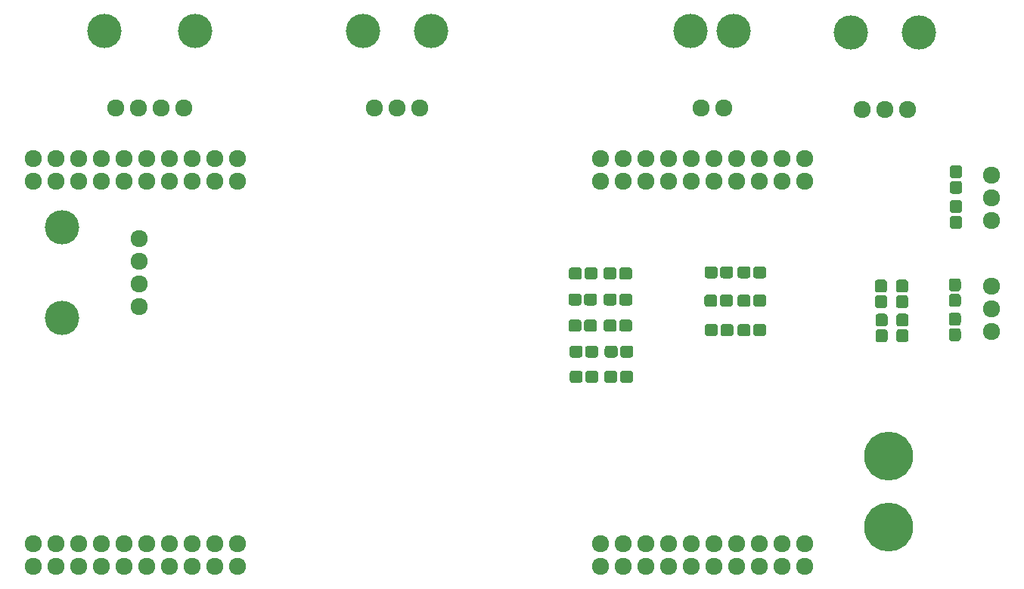
<source format=gbr>
G04 #@! TF.GenerationSoftware,KiCad,Pcbnew,(5.0.0)*
G04 #@! TF.CreationDate,2018-12-18T15:11:22-06:00*
G04 #@! TF.ProjectId,SRASensorBoard_Hardware,53524153656E736F72426F6172645F48,rev?*
G04 #@! TF.SameCoordinates,Original*
G04 #@! TF.FileFunction,Soldermask,Top*
G04 #@! TF.FilePolarity,Negative*
%FSLAX46Y46*%
G04 Gerber Fmt 4.6, Leading zero omitted, Abs format (unit mm)*
G04 Created by KiCad (PCBNEW (5.0.0)) date 12/18/18 15:11:22*
%MOMM*%
%LPD*%
G01*
G04 APERTURE LIST*
%ADD10C,5.480000*%
%ADD11C,0.100000*%
%ADD12C,1.350000*%
%ADD13C,1.924000*%
%ADD14C,3.850000*%
%ADD15C,1.920000*%
G04 APERTURE END LIST*
D10*
G04 #@! TO.C,Conn1*
X183362600Y-97281000D03*
X183362600Y-105282000D03*
G04 #@! TD*
D11*
G04 #@! TO.C,R1*
G36*
X182855376Y-77536625D02*
X182888138Y-77541485D01*
X182920266Y-77549533D01*
X182951451Y-77560691D01*
X182981391Y-77574852D01*
X183009800Y-77591879D01*
X183036403Y-77611609D01*
X183060944Y-77633851D01*
X183083186Y-77658392D01*
X183102916Y-77684995D01*
X183119943Y-77713404D01*
X183134104Y-77743344D01*
X183145262Y-77774529D01*
X183153310Y-77806657D01*
X183158170Y-77839419D01*
X183159795Y-77872500D01*
X183159795Y-78647500D01*
X183158170Y-78680581D01*
X183153310Y-78713343D01*
X183145262Y-78745471D01*
X183134104Y-78776656D01*
X183119943Y-78806596D01*
X183102916Y-78835005D01*
X183083186Y-78861608D01*
X183060944Y-78886149D01*
X183036403Y-78908391D01*
X183009800Y-78928121D01*
X182981391Y-78945148D01*
X182951451Y-78959309D01*
X182920266Y-78970467D01*
X182888138Y-78978515D01*
X182855376Y-78983375D01*
X182822295Y-78985000D01*
X182147295Y-78985000D01*
X182114214Y-78983375D01*
X182081452Y-78978515D01*
X182049324Y-78970467D01*
X182018139Y-78959309D01*
X181988199Y-78945148D01*
X181959790Y-78928121D01*
X181933187Y-78908391D01*
X181908646Y-78886149D01*
X181886404Y-78861608D01*
X181866674Y-78835005D01*
X181849647Y-78806596D01*
X181835486Y-78776656D01*
X181824328Y-78745471D01*
X181816280Y-78713343D01*
X181811420Y-78680581D01*
X181809795Y-78647500D01*
X181809795Y-77872500D01*
X181811420Y-77839419D01*
X181816280Y-77806657D01*
X181824328Y-77774529D01*
X181835486Y-77743344D01*
X181849647Y-77713404D01*
X181866674Y-77684995D01*
X181886404Y-77658392D01*
X181908646Y-77633851D01*
X181933187Y-77611609D01*
X181959790Y-77591879D01*
X181988199Y-77574852D01*
X182018139Y-77560691D01*
X182049324Y-77549533D01*
X182081452Y-77541485D01*
X182114214Y-77536625D01*
X182147295Y-77535000D01*
X182822295Y-77535000D01*
X182855376Y-77536625D01*
X182855376Y-77536625D01*
G37*
D12*
X182484795Y-78260000D03*
D11*
G36*
X182855376Y-79286625D02*
X182888138Y-79291485D01*
X182920266Y-79299533D01*
X182951451Y-79310691D01*
X182981391Y-79324852D01*
X183009800Y-79341879D01*
X183036403Y-79361609D01*
X183060944Y-79383851D01*
X183083186Y-79408392D01*
X183102916Y-79434995D01*
X183119943Y-79463404D01*
X183134104Y-79493344D01*
X183145262Y-79524529D01*
X183153310Y-79556657D01*
X183158170Y-79589419D01*
X183159795Y-79622500D01*
X183159795Y-80397500D01*
X183158170Y-80430581D01*
X183153310Y-80463343D01*
X183145262Y-80495471D01*
X183134104Y-80526656D01*
X183119943Y-80556596D01*
X183102916Y-80585005D01*
X183083186Y-80611608D01*
X183060944Y-80636149D01*
X183036403Y-80658391D01*
X183009800Y-80678121D01*
X182981391Y-80695148D01*
X182951451Y-80709309D01*
X182920266Y-80720467D01*
X182888138Y-80728515D01*
X182855376Y-80733375D01*
X182822295Y-80735000D01*
X182147295Y-80735000D01*
X182114214Y-80733375D01*
X182081452Y-80728515D01*
X182049324Y-80720467D01*
X182018139Y-80709309D01*
X181988199Y-80695148D01*
X181959790Y-80678121D01*
X181933187Y-80658391D01*
X181908646Y-80636149D01*
X181886404Y-80611608D01*
X181866674Y-80585005D01*
X181849647Y-80556596D01*
X181835486Y-80526656D01*
X181824328Y-80495471D01*
X181816280Y-80463343D01*
X181811420Y-80430581D01*
X181809795Y-80397500D01*
X181809795Y-79622500D01*
X181811420Y-79589419D01*
X181816280Y-79556657D01*
X181824328Y-79524529D01*
X181835486Y-79493344D01*
X181849647Y-79463404D01*
X181866674Y-79434995D01*
X181886404Y-79408392D01*
X181908646Y-79383851D01*
X181933187Y-79361609D01*
X181959790Y-79341879D01*
X181988199Y-79324852D01*
X182018139Y-79310691D01*
X182049324Y-79299533D01*
X182081452Y-79291485D01*
X182114214Y-79286625D01*
X182147295Y-79285000D01*
X182822295Y-79285000D01*
X182855376Y-79286625D01*
X182855376Y-79286625D01*
G37*
D12*
X182484795Y-80010000D03*
G04 #@! TD*
D13*
G04 #@! TO.C,Conn2*
X96774000Y-58293000D03*
X99314000Y-58293000D03*
X101854000Y-58293000D03*
X104394000Y-58293000D03*
D14*
X95504000Y-49657000D03*
X105664000Y-49657000D03*
G04 #@! TD*
D13*
G04 #@! TO.C,Conn3*
X125730000Y-58293000D03*
X128270000Y-58293000D03*
X130810000Y-58293000D03*
D14*
X124460000Y-49657000D03*
X132080000Y-49657000D03*
G04 #@! TD*
G04 #@! TO.C,Conn4*
X90805000Y-71628000D03*
X90805000Y-81788000D03*
D13*
X99441000Y-72898000D03*
X99441000Y-75438000D03*
X99441000Y-77978000D03*
X99441000Y-80518000D03*
G04 #@! TD*
D14*
G04 #@! TO.C,Conn6*
X161161000Y-49653000D03*
D13*
X162306000Y-58293000D03*
X164846000Y-58293000D03*
D14*
X165989000Y-49657000D03*
G04 #@! TD*
D15*
G04 #@! TO.C,U1*
X151049001Y-109685001D03*
X173909001Y-63965001D03*
X171369001Y-63965001D03*
X163749001Y-63965001D03*
X161209001Y-107145001D03*
X166289001Y-63965001D03*
X168829001Y-63965001D03*
X166289001Y-109685001D03*
X171369001Y-107145001D03*
X161209001Y-63965001D03*
X158669001Y-63965001D03*
X171369001Y-109685001D03*
X166289001Y-107145001D03*
X163749001Y-107145001D03*
X151049001Y-107145001D03*
X153589001Y-107145001D03*
X156129001Y-107145001D03*
X158669001Y-107145001D03*
X168829001Y-107145001D03*
X173909001Y-107145001D03*
X153589001Y-109685001D03*
X156129001Y-109685001D03*
X158669001Y-109685001D03*
X161209001Y-109685001D03*
X163749001Y-109685001D03*
X168829001Y-109685001D03*
X173909001Y-109685001D03*
X151049001Y-66505001D03*
X153589001Y-66505001D03*
X156129001Y-66505001D03*
X158669001Y-66505001D03*
X161209001Y-66505001D03*
X163749001Y-66505001D03*
X166289001Y-66505001D03*
X168829001Y-66505001D03*
X171369001Y-66505001D03*
X173909001Y-66505001D03*
X151049001Y-63965001D03*
X153589001Y-63965001D03*
X156129001Y-63965001D03*
X87549001Y-107145001D03*
X90089001Y-107145001D03*
X92629001Y-107145001D03*
X95169001Y-107145001D03*
X97709001Y-107145001D03*
X100249001Y-107145001D03*
X102789001Y-107145001D03*
X105329001Y-107145001D03*
X107869001Y-107145001D03*
X110409001Y-107145001D03*
X87549001Y-109685001D03*
X90089001Y-109685001D03*
X92629001Y-109685001D03*
X95169001Y-109685001D03*
X97709001Y-109685001D03*
X100249001Y-109685001D03*
X102789001Y-109685001D03*
X105329001Y-109685001D03*
X107869001Y-109685001D03*
X110409001Y-109685001D03*
X87549001Y-66505001D03*
X90089001Y-66505001D03*
X92629001Y-66505001D03*
X95169001Y-66505001D03*
X97709001Y-66505001D03*
X100249001Y-66505001D03*
X102789001Y-66505001D03*
X105329001Y-66505001D03*
X107869001Y-66505001D03*
X110409001Y-66505001D03*
X87549001Y-63965001D03*
X90089001Y-63965001D03*
X92629001Y-63965001D03*
X95169001Y-63965001D03*
X97709001Y-63965001D03*
X100249001Y-63965001D03*
X102789001Y-63965001D03*
X105329001Y-63965001D03*
X107869001Y-63965001D03*
X110409001Y-63965001D03*
G04 #@! TD*
D11*
G04 #@! TO.C,C2*
G36*
X191124581Y-77381625D02*
X191157343Y-77386485D01*
X191189471Y-77394533D01*
X191220656Y-77405691D01*
X191250596Y-77419852D01*
X191279005Y-77436879D01*
X191305608Y-77456609D01*
X191330149Y-77478851D01*
X191352391Y-77503392D01*
X191372121Y-77529995D01*
X191389148Y-77558404D01*
X191403309Y-77588344D01*
X191414467Y-77619529D01*
X191422515Y-77651657D01*
X191427375Y-77684419D01*
X191429000Y-77717500D01*
X191429000Y-78492500D01*
X191427375Y-78525581D01*
X191422515Y-78558343D01*
X191414467Y-78590471D01*
X191403309Y-78621656D01*
X191389148Y-78651596D01*
X191372121Y-78680005D01*
X191352391Y-78706608D01*
X191330149Y-78731149D01*
X191305608Y-78753391D01*
X191279005Y-78773121D01*
X191250596Y-78790148D01*
X191220656Y-78804309D01*
X191189471Y-78815467D01*
X191157343Y-78823515D01*
X191124581Y-78828375D01*
X191091500Y-78830000D01*
X190416500Y-78830000D01*
X190383419Y-78828375D01*
X190350657Y-78823515D01*
X190318529Y-78815467D01*
X190287344Y-78804309D01*
X190257404Y-78790148D01*
X190228995Y-78773121D01*
X190202392Y-78753391D01*
X190177851Y-78731149D01*
X190155609Y-78706608D01*
X190135879Y-78680005D01*
X190118852Y-78651596D01*
X190104691Y-78621656D01*
X190093533Y-78590471D01*
X190085485Y-78558343D01*
X190080625Y-78525581D01*
X190079000Y-78492500D01*
X190079000Y-77717500D01*
X190080625Y-77684419D01*
X190085485Y-77651657D01*
X190093533Y-77619529D01*
X190104691Y-77588344D01*
X190118852Y-77558404D01*
X190135879Y-77529995D01*
X190155609Y-77503392D01*
X190177851Y-77478851D01*
X190202392Y-77456609D01*
X190228995Y-77436879D01*
X190257404Y-77419852D01*
X190287344Y-77405691D01*
X190318529Y-77394533D01*
X190350657Y-77386485D01*
X190383419Y-77381625D01*
X190416500Y-77380000D01*
X191091500Y-77380000D01*
X191124581Y-77381625D01*
X191124581Y-77381625D01*
G37*
D12*
X190754000Y-78105000D03*
D11*
G36*
X191124581Y-79131625D02*
X191157343Y-79136485D01*
X191189471Y-79144533D01*
X191220656Y-79155691D01*
X191250596Y-79169852D01*
X191279005Y-79186879D01*
X191305608Y-79206609D01*
X191330149Y-79228851D01*
X191352391Y-79253392D01*
X191372121Y-79279995D01*
X191389148Y-79308404D01*
X191403309Y-79338344D01*
X191414467Y-79369529D01*
X191422515Y-79401657D01*
X191427375Y-79434419D01*
X191429000Y-79467500D01*
X191429000Y-80242500D01*
X191427375Y-80275581D01*
X191422515Y-80308343D01*
X191414467Y-80340471D01*
X191403309Y-80371656D01*
X191389148Y-80401596D01*
X191372121Y-80430005D01*
X191352391Y-80456608D01*
X191330149Y-80481149D01*
X191305608Y-80503391D01*
X191279005Y-80523121D01*
X191250596Y-80540148D01*
X191220656Y-80554309D01*
X191189471Y-80565467D01*
X191157343Y-80573515D01*
X191124581Y-80578375D01*
X191091500Y-80580000D01*
X190416500Y-80580000D01*
X190383419Y-80578375D01*
X190350657Y-80573515D01*
X190318529Y-80565467D01*
X190287344Y-80554309D01*
X190257404Y-80540148D01*
X190228995Y-80523121D01*
X190202392Y-80503391D01*
X190177851Y-80481149D01*
X190155609Y-80456608D01*
X190135879Y-80430005D01*
X190118852Y-80401596D01*
X190104691Y-80371656D01*
X190093533Y-80340471D01*
X190085485Y-80308343D01*
X190080625Y-80275581D01*
X190079000Y-80242500D01*
X190079000Y-79467500D01*
X190080625Y-79434419D01*
X190085485Y-79401657D01*
X190093533Y-79369529D01*
X190104691Y-79338344D01*
X190118852Y-79308404D01*
X190135879Y-79279995D01*
X190155609Y-79253392D01*
X190177851Y-79228851D01*
X190202392Y-79206609D01*
X190228995Y-79186879D01*
X190257404Y-79169852D01*
X190287344Y-79155691D01*
X190318529Y-79144533D01*
X190350657Y-79136485D01*
X190383419Y-79131625D01*
X190416500Y-79130000D01*
X191091500Y-79130000D01*
X191124581Y-79131625D01*
X191124581Y-79131625D01*
G37*
D12*
X190754000Y-79855000D03*
G04 #@! TD*
D11*
G04 #@! TO.C,C1*
G36*
X191251581Y-70368625D02*
X191284343Y-70373485D01*
X191316471Y-70381533D01*
X191347656Y-70392691D01*
X191377596Y-70406852D01*
X191406005Y-70423879D01*
X191432608Y-70443609D01*
X191457149Y-70465851D01*
X191479391Y-70490392D01*
X191499121Y-70516995D01*
X191516148Y-70545404D01*
X191530309Y-70575344D01*
X191541467Y-70606529D01*
X191549515Y-70638657D01*
X191554375Y-70671419D01*
X191556000Y-70704500D01*
X191556000Y-71479500D01*
X191554375Y-71512581D01*
X191549515Y-71545343D01*
X191541467Y-71577471D01*
X191530309Y-71608656D01*
X191516148Y-71638596D01*
X191499121Y-71667005D01*
X191479391Y-71693608D01*
X191457149Y-71718149D01*
X191432608Y-71740391D01*
X191406005Y-71760121D01*
X191377596Y-71777148D01*
X191347656Y-71791309D01*
X191316471Y-71802467D01*
X191284343Y-71810515D01*
X191251581Y-71815375D01*
X191218500Y-71817000D01*
X190543500Y-71817000D01*
X190510419Y-71815375D01*
X190477657Y-71810515D01*
X190445529Y-71802467D01*
X190414344Y-71791309D01*
X190384404Y-71777148D01*
X190355995Y-71760121D01*
X190329392Y-71740391D01*
X190304851Y-71718149D01*
X190282609Y-71693608D01*
X190262879Y-71667005D01*
X190245852Y-71638596D01*
X190231691Y-71608656D01*
X190220533Y-71577471D01*
X190212485Y-71545343D01*
X190207625Y-71512581D01*
X190206000Y-71479500D01*
X190206000Y-70704500D01*
X190207625Y-70671419D01*
X190212485Y-70638657D01*
X190220533Y-70606529D01*
X190231691Y-70575344D01*
X190245852Y-70545404D01*
X190262879Y-70516995D01*
X190282609Y-70490392D01*
X190304851Y-70465851D01*
X190329392Y-70443609D01*
X190355995Y-70423879D01*
X190384404Y-70406852D01*
X190414344Y-70392691D01*
X190445529Y-70381533D01*
X190477657Y-70373485D01*
X190510419Y-70368625D01*
X190543500Y-70367000D01*
X191218500Y-70367000D01*
X191251581Y-70368625D01*
X191251581Y-70368625D01*
G37*
D12*
X190881000Y-71092000D03*
D11*
G36*
X191251581Y-68618625D02*
X191284343Y-68623485D01*
X191316471Y-68631533D01*
X191347656Y-68642691D01*
X191377596Y-68656852D01*
X191406005Y-68673879D01*
X191432608Y-68693609D01*
X191457149Y-68715851D01*
X191479391Y-68740392D01*
X191499121Y-68766995D01*
X191516148Y-68795404D01*
X191530309Y-68825344D01*
X191541467Y-68856529D01*
X191549515Y-68888657D01*
X191554375Y-68921419D01*
X191556000Y-68954500D01*
X191556000Y-69729500D01*
X191554375Y-69762581D01*
X191549515Y-69795343D01*
X191541467Y-69827471D01*
X191530309Y-69858656D01*
X191516148Y-69888596D01*
X191499121Y-69917005D01*
X191479391Y-69943608D01*
X191457149Y-69968149D01*
X191432608Y-69990391D01*
X191406005Y-70010121D01*
X191377596Y-70027148D01*
X191347656Y-70041309D01*
X191316471Y-70052467D01*
X191284343Y-70060515D01*
X191251581Y-70065375D01*
X191218500Y-70067000D01*
X190543500Y-70067000D01*
X190510419Y-70065375D01*
X190477657Y-70060515D01*
X190445529Y-70052467D01*
X190414344Y-70041309D01*
X190384404Y-70027148D01*
X190355995Y-70010121D01*
X190329392Y-69990391D01*
X190304851Y-69968149D01*
X190282609Y-69943608D01*
X190262879Y-69917005D01*
X190245852Y-69888596D01*
X190231691Y-69858656D01*
X190220533Y-69827471D01*
X190212485Y-69795343D01*
X190207625Y-69762581D01*
X190206000Y-69729500D01*
X190206000Y-68954500D01*
X190207625Y-68921419D01*
X190212485Y-68888657D01*
X190220533Y-68856529D01*
X190231691Y-68825344D01*
X190245852Y-68795404D01*
X190262879Y-68766995D01*
X190282609Y-68740392D01*
X190304851Y-68715851D01*
X190329392Y-68693609D01*
X190355995Y-68673879D01*
X190384404Y-68656852D01*
X190414344Y-68642691D01*
X190445529Y-68631533D01*
X190477657Y-68623485D01*
X190510419Y-68618625D01*
X190543500Y-68617000D01*
X191218500Y-68617000D01*
X191251581Y-68618625D01*
X191251581Y-68618625D01*
G37*
D12*
X190881000Y-69342000D03*
G04 #@! TD*
D11*
G04 #@! TO.C,C3*
G36*
X191124581Y-82969625D02*
X191157343Y-82974485D01*
X191189471Y-82982533D01*
X191220656Y-82993691D01*
X191250596Y-83007852D01*
X191279005Y-83024879D01*
X191305608Y-83044609D01*
X191330149Y-83066851D01*
X191352391Y-83091392D01*
X191372121Y-83117995D01*
X191389148Y-83146404D01*
X191403309Y-83176344D01*
X191414467Y-83207529D01*
X191422515Y-83239657D01*
X191427375Y-83272419D01*
X191429000Y-83305500D01*
X191429000Y-84080500D01*
X191427375Y-84113581D01*
X191422515Y-84146343D01*
X191414467Y-84178471D01*
X191403309Y-84209656D01*
X191389148Y-84239596D01*
X191372121Y-84268005D01*
X191352391Y-84294608D01*
X191330149Y-84319149D01*
X191305608Y-84341391D01*
X191279005Y-84361121D01*
X191250596Y-84378148D01*
X191220656Y-84392309D01*
X191189471Y-84403467D01*
X191157343Y-84411515D01*
X191124581Y-84416375D01*
X191091500Y-84418000D01*
X190416500Y-84418000D01*
X190383419Y-84416375D01*
X190350657Y-84411515D01*
X190318529Y-84403467D01*
X190287344Y-84392309D01*
X190257404Y-84378148D01*
X190228995Y-84361121D01*
X190202392Y-84341391D01*
X190177851Y-84319149D01*
X190155609Y-84294608D01*
X190135879Y-84268005D01*
X190118852Y-84239596D01*
X190104691Y-84209656D01*
X190093533Y-84178471D01*
X190085485Y-84146343D01*
X190080625Y-84113581D01*
X190079000Y-84080500D01*
X190079000Y-83305500D01*
X190080625Y-83272419D01*
X190085485Y-83239657D01*
X190093533Y-83207529D01*
X190104691Y-83176344D01*
X190118852Y-83146404D01*
X190135879Y-83117995D01*
X190155609Y-83091392D01*
X190177851Y-83066851D01*
X190202392Y-83044609D01*
X190228995Y-83024879D01*
X190257404Y-83007852D01*
X190287344Y-82993691D01*
X190318529Y-82982533D01*
X190350657Y-82974485D01*
X190383419Y-82969625D01*
X190416500Y-82968000D01*
X191091500Y-82968000D01*
X191124581Y-82969625D01*
X191124581Y-82969625D01*
G37*
D12*
X190754000Y-83693000D03*
D11*
G36*
X191124581Y-81219625D02*
X191157343Y-81224485D01*
X191189471Y-81232533D01*
X191220656Y-81243691D01*
X191250596Y-81257852D01*
X191279005Y-81274879D01*
X191305608Y-81294609D01*
X191330149Y-81316851D01*
X191352391Y-81341392D01*
X191372121Y-81367995D01*
X191389148Y-81396404D01*
X191403309Y-81426344D01*
X191414467Y-81457529D01*
X191422515Y-81489657D01*
X191427375Y-81522419D01*
X191429000Y-81555500D01*
X191429000Y-82330500D01*
X191427375Y-82363581D01*
X191422515Y-82396343D01*
X191414467Y-82428471D01*
X191403309Y-82459656D01*
X191389148Y-82489596D01*
X191372121Y-82518005D01*
X191352391Y-82544608D01*
X191330149Y-82569149D01*
X191305608Y-82591391D01*
X191279005Y-82611121D01*
X191250596Y-82628148D01*
X191220656Y-82642309D01*
X191189471Y-82653467D01*
X191157343Y-82661515D01*
X191124581Y-82666375D01*
X191091500Y-82668000D01*
X190416500Y-82668000D01*
X190383419Y-82666375D01*
X190350657Y-82661515D01*
X190318529Y-82653467D01*
X190287344Y-82642309D01*
X190257404Y-82628148D01*
X190228995Y-82611121D01*
X190202392Y-82591391D01*
X190177851Y-82569149D01*
X190155609Y-82544608D01*
X190135879Y-82518005D01*
X190118852Y-82489596D01*
X190104691Y-82459656D01*
X190093533Y-82428471D01*
X190085485Y-82396343D01*
X190080625Y-82363581D01*
X190079000Y-82330500D01*
X190079000Y-81555500D01*
X190080625Y-81522419D01*
X190085485Y-81489657D01*
X190093533Y-81457529D01*
X190104691Y-81426344D01*
X190118852Y-81396404D01*
X190135879Y-81367995D01*
X190155609Y-81341392D01*
X190177851Y-81316851D01*
X190202392Y-81294609D01*
X190228995Y-81274879D01*
X190257404Y-81257852D01*
X190287344Y-81243691D01*
X190318529Y-81232533D01*
X190350657Y-81224485D01*
X190383419Y-81219625D01*
X190416500Y-81218000D01*
X191091500Y-81218000D01*
X191124581Y-81219625D01*
X191124581Y-81219625D01*
G37*
D12*
X190754000Y-81943000D03*
G04 #@! TD*
D11*
G04 #@! TO.C,C4*
G36*
X191251581Y-64709625D02*
X191284343Y-64714485D01*
X191316471Y-64722533D01*
X191347656Y-64733691D01*
X191377596Y-64747852D01*
X191406005Y-64764879D01*
X191432608Y-64784609D01*
X191457149Y-64806851D01*
X191479391Y-64831392D01*
X191499121Y-64857995D01*
X191516148Y-64886404D01*
X191530309Y-64916344D01*
X191541467Y-64947529D01*
X191549515Y-64979657D01*
X191554375Y-65012419D01*
X191556000Y-65045500D01*
X191556000Y-65820500D01*
X191554375Y-65853581D01*
X191549515Y-65886343D01*
X191541467Y-65918471D01*
X191530309Y-65949656D01*
X191516148Y-65979596D01*
X191499121Y-66008005D01*
X191479391Y-66034608D01*
X191457149Y-66059149D01*
X191432608Y-66081391D01*
X191406005Y-66101121D01*
X191377596Y-66118148D01*
X191347656Y-66132309D01*
X191316471Y-66143467D01*
X191284343Y-66151515D01*
X191251581Y-66156375D01*
X191218500Y-66158000D01*
X190543500Y-66158000D01*
X190510419Y-66156375D01*
X190477657Y-66151515D01*
X190445529Y-66143467D01*
X190414344Y-66132309D01*
X190384404Y-66118148D01*
X190355995Y-66101121D01*
X190329392Y-66081391D01*
X190304851Y-66059149D01*
X190282609Y-66034608D01*
X190262879Y-66008005D01*
X190245852Y-65979596D01*
X190231691Y-65949656D01*
X190220533Y-65918471D01*
X190212485Y-65886343D01*
X190207625Y-65853581D01*
X190206000Y-65820500D01*
X190206000Y-65045500D01*
X190207625Y-65012419D01*
X190212485Y-64979657D01*
X190220533Y-64947529D01*
X190231691Y-64916344D01*
X190245852Y-64886404D01*
X190262879Y-64857995D01*
X190282609Y-64831392D01*
X190304851Y-64806851D01*
X190329392Y-64784609D01*
X190355995Y-64764879D01*
X190384404Y-64747852D01*
X190414344Y-64733691D01*
X190445529Y-64722533D01*
X190477657Y-64714485D01*
X190510419Y-64709625D01*
X190543500Y-64708000D01*
X191218500Y-64708000D01*
X191251581Y-64709625D01*
X191251581Y-64709625D01*
G37*
D12*
X190881000Y-65433000D03*
D11*
G36*
X191251581Y-66459625D02*
X191284343Y-66464485D01*
X191316471Y-66472533D01*
X191347656Y-66483691D01*
X191377596Y-66497852D01*
X191406005Y-66514879D01*
X191432608Y-66534609D01*
X191457149Y-66556851D01*
X191479391Y-66581392D01*
X191499121Y-66607995D01*
X191516148Y-66636404D01*
X191530309Y-66666344D01*
X191541467Y-66697529D01*
X191549515Y-66729657D01*
X191554375Y-66762419D01*
X191556000Y-66795500D01*
X191556000Y-67570500D01*
X191554375Y-67603581D01*
X191549515Y-67636343D01*
X191541467Y-67668471D01*
X191530309Y-67699656D01*
X191516148Y-67729596D01*
X191499121Y-67758005D01*
X191479391Y-67784608D01*
X191457149Y-67809149D01*
X191432608Y-67831391D01*
X191406005Y-67851121D01*
X191377596Y-67868148D01*
X191347656Y-67882309D01*
X191316471Y-67893467D01*
X191284343Y-67901515D01*
X191251581Y-67906375D01*
X191218500Y-67908000D01*
X190543500Y-67908000D01*
X190510419Y-67906375D01*
X190477657Y-67901515D01*
X190445529Y-67893467D01*
X190414344Y-67882309D01*
X190384404Y-67868148D01*
X190355995Y-67851121D01*
X190329392Y-67831391D01*
X190304851Y-67809149D01*
X190282609Y-67784608D01*
X190262879Y-67758005D01*
X190245852Y-67729596D01*
X190231691Y-67699656D01*
X190220533Y-67668471D01*
X190212485Y-67636343D01*
X190207625Y-67603581D01*
X190206000Y-67570500D01*
X190206000Y-66795500D01*
X190207625Y-66762419D01*
X190212485Y-66729657D01*
X190220533Y-66697529D01*
X190231691Y-66666344D01*
X190245852Y-66636404D01*
X190262879Y-66607995D01*
X190282609Y-66581392D01*
X190304851Y-66556851D01*
X190329392Y-66534609D01*
X190355995Y-66514879D01*
X190384404Y-66497852D01*
X190414344Y-66483691D01*
X190445529Y-66472533D01*
X190477657Y-66464485D01*
X190510419Y-66459625D01*
X190543500Y-66458000D01*
X191218500Y-66458000D01*
X191251581Y-66459625D01*
X191251581Y-66459625D01*
G37*
D12*
X190881000Y-67183000D03*
G04 #@! TD*
D11*
G04 #@! TO.C,D3*
G36*
X182918876Y-83096625D02*
X182951638Y-83101485D01*
X182983766Y-83109533D01*
X183014951Y-83120691D01*
X183044891Y-83134852D01*
X183073300Y-83151879D01*
X183099903Y-83171609D01*
X183124444Y-83193851D01*
X183146686Y-83218392D01*
X183166416Y-83244995D01*
X183183443Y-83273404D01*
X183197604Y-83303344D01*
X183208762Y-83334529D01*
X183216810Y-83366657D01*
X183221670Y-83399419D01*
X183223295Y-83432500D01*
X183223295Y-84207500D01*
X183221670Y-84240581D01*
X183216810Y-84273343D01*
X183208762Y-84305471D01*
X183197604Y-84336656D01*
X183183443Y-84366596D01*
X183166416Y-84395005D01*
X183146686Y-84421608D01*
X183124444Y-84446149D01*
X183099903Y-84468391D01*
X183073300Y-84488121D01*
X183044891Y-84505148D01*
X183014951Y-84519309D01*
X182983766Y-84530467D01*
X182951638Y-84538515D01*
X182918876Y-84543375D01*
X182885795Y-84545000D01*
X182210795Y-84545000D01*
X182177714Y-84543375D01*
X182144952Y-84538515D01*
X182112824Y-84530467D01*
X182081639Y-84519309D01*
X182051699Y-84505148D01*
X182023290Y-84488121D01*
X181996687Y-84468391D01*
X181972146Y-84446149D01*
X181949904Y-84421608D01*
X181930174Y-84395005D01*
X181913147Y-84366596D01*
X181898986Y-84336656D01*
X181887828Y-84305471D01*
X181879780Y-84273343D01*
X181874920Y-84240581D01*
X181873295Y-84207500D01*
X181873295Y-83432500D01*
X181874920Y-83399419D01*
X181879780Y-83366657D01*
X181887828Y-83334529D01*
X181898986Y-83303344D01*
X181913147Y-83273404D01*
X181930174Y-83244995D01*
X181949904Y-83218392D01*
X181972146Y-83193851D01*
X181996687Y-83171609D01*
X182023290Y-83151879D01*
X182051699Y-83134852D01*
X182081639Y-83120691D01*
X182112824Y-83109533D01*
X182144952Y-83101485D01*
X182177714Y-83096625D01*
X182210795Y-83095000D01*
X182885795Y-83095000D01*
X182918876Y-83096625D01*
X182918876Y-83096625D01*
G37*
D12*
X182548295Y-83820000D03*
D11*
G36*
X182918876Y-81346625D02*
X182951638Y-81351485D01*
X182983766Y-81359533D01*
X183014951Y-81370691D01*
X183044891Y-81384852D01*
X183073300Y-81401879D01*
X183099903Y-81421609D01*
X183124444Y-81443851D01*
X183146686Y-81468392D01*
X183166416Y-81494995D01*
X183183443Y-81523404D01*
X183197604Y-81553344D01*
X183208762Y-81584529D01*
X183216810Y-81616657D01*
X183221670Y-81649419D01*
X183223295Y-81682500D01*
X183223295Y-82457500D01*
X183221670Y-82490581D01*
X183216810Y-82523343D01*
X183208762Y-82555471D01*
X183197604Y-82586656D01*
X183183443Y-82616596D01*
X183166416Y-82645005D01*
X183146686Y-82671608D01*
X183124444Y-82696149D01*
X183099903Y-82718391D01*
X183073300Y-82738121D01*
X183044891Y-82755148D01*
X183014951Y-82769309D01*
X182983766Y-82780467D01*
X182951638Y-82788515D01*
X182918876Y-82793375D01*
X182885795Y-82795000D01*
X182210795Y-82795000D01*
X182177714Y-82793375D01*
X182144952Y-82788515D01*
X182112824Y-82780467D01*
X182081639Y-82769309D01*
X182051699Y-82755148D01*
X182023290Y-82738121D01*
X181996687Y-82718391D01*
X181972146Y-82696149D01*
X181949904Y-82671608D01*
X181930174Y-82645005D01*
X181913147Y-82616596D01*
X181898986Y-82586656D01*
X181887828Y-82555471D01*
X181879780Y-82523343D01*
X181874920Y-82490581D01*
X181873295Y-82457500D01*
X181873295Y-81682500D01*
X181874920Y-81649419D01*
X181879780Y-81616657D01*
X181887828Y-81584529D01*
X181898986Y-81553344D01*
X181913147Y-81523404D01*
X181930174Y-81494995D01*
X181949904Y-81468392D01*
X181972146Y-81443851D01*
X181996687Y-81421609D01*
X182023290Y-81401879D01*
X182051699Y-81384852D01*
X182081639Y-81370691D01*
X182112824Y-81359533D01*
X182144952Y-81351485D01*
X182177714Y-81346625D01*
X182210795Y-81345000D01*
X182885795Y-81345000D01*
X182918876Y-81346625D01*
X182918876Y-81346625D01*
G37*
D12*
X182548295Y-82070000D03*
G04 #@! TD*
D11*
G04 #@! TO.C,D4*
G36*
X185257181Y-83096625D02*
X185289943Y-83101485D01*
X185322071Y-83109533D01*
X185353256Y-83120691D01*
X185383196Y-83134852D01*
X185411605Y-83151879D01*
X185438208Y-83171609D01*
X185462749Y-83193851D01*
X185484991Y-83218392D01*
X185504721Y-83244995D01*
X185521748Y-83273404D01*
X185535909Y-83303344D01*
X185547067Y-83334529D01*
X185555115Y-83366657D01*
X185559975Y-83399419D01*
X185561600Y-83432500D01*
X185561600Y-84207500D01*
X185559975Y-84240581D01*
X185555115Y-84273343D01*
X185547067Y-84305471D01*
X185535909Y-84336656D01*
X185521748Y-84366596D01*
X185504721Y-84395005D01*
X185484991Y-84421608D01*
X185462749Y-84446149D01*
X185438208Y-84468391D01*
X185411605Y-84488121D01*
X185383196Y-84505148D01*
X185353256Y-84519309D01*
X185322071Y-84530467D01*
X185289943Y-84538515D01*
X185257181Y-84543375D01*
X185224100Y-84545000D01*
X184549100Y-84545000D01*
X184516019Y-84543375D01*
X184483257Y-84538515D01*
X184451129Y-84530467D01*
X184419944Y-84519309D01*
X184390004Y-84505148D01*
X184361595Y-84488121D01*
X184334992Y-84468391D01*
X184310451Y-84446149D01*
X184288209Y-84421608D01*
X184268479Y-84395005D01*
X184251452Y-84366596D01*
X184237291Y-84336656D01*
X184226133Y-84305471D01*
X184218085Y-84273343D01*
X184213225Y-84240581D01*
X184211600Y-84207500D01*
X184211600Y-83432500D01*
X184213225Y-83399419D01*
X184218085Y-83366657D01*
X184226133Y-83334529D01*
X184237291Y-83303344D01*
X184251452Y-83273404D01*
X184268479Y-83244995D01*
X184288209Y-83218392D01*
X184310451Y-83193851D01*
X184334992Y-83171609D01*
X184361595Y-83151879D01*
X184390004Y-83134852D01*
X184419944Y-83120691D01*
X184451129Y-83109533D01*
X184483257Y-83101485D01*
X184516019Y-83096625D01*
X184549100Y-83095000D01*
X185224100Y-83095000D01*
X185257181Y-83096625D01*
X185257181Y-83096625D01*
G37*
D12*
X184886600Y-83820000D03*
D11*
G36*
X185257181Y-81346625D02*
X185289943Y-81351485D01*
X185322071Y-81359533D01*
X185353256Y-81370691D01*
X185383196Y-81384852D01*
X185411605Y-81401879D01*
X185438208Y-81421609D01*
X185462749Y-81443851D01*
X185484991Y-81468392D01*
X185504721Y-81494995D01*
X185521748Y-81523404D01*
X185535909Y-81553344D01*
X185547067Y-81584529D01*
X185555115Y-81616657D01*
X185559975Y-81649419D01*
X185561600Y-81682500D01*
X185561600Y-82457500D01*
X185559975Y-82490581D01*
X185555115Y-82523343D01*
X185547067Y-82555471D01*
X185535909Y-82586656D01*
X185521748Y-82616596D01*
X185504721Y-82645005D01*
X185484991Y-82671608D01*
X185462749Y-82696149D01*
X185438208Y-82718391D01*
X185411605Y-82738121D01*
X185383196Y-82755148D01*
X185353256Y-82769309D01*
X185322071Y-82780467D01*
X185289943Y-82788515D01*
X185257181Y-82793375D01*
X185224100Y-82795000D01*
X184549100Y-82795000D01*
X184516019Y-82793375D01*
X184483257Y-82788515D01*
X184451129Y-82780467D01*
X184419944Y-82769309D01*
X184390004Y-82755148D01*
X184361595Y-82738121D01*
X184334992Y-82718391D01*
X184310451Y-82696149D01*
X184288209Y-82671608D01*
X184268479Y-82645005D01*
X184251452Y-82616596D01*
X184237291Y-82586656D01*
X184226133Y-82555471D01*
X184218085Y-82523343D01*
X184213225Y-82490581D01*
X184211600Y-82457500D01*
X184211600Y-81682500D01*
X184213225Y-81649419D01*
X184218085Y-81616657D01*
X184226133Y-81584529D01*
X184237291Y-81553344D01*
X184251452Y-81523404D01*
X184268479Y-81494995D01*
X184288209Y-81468392D01*
X184310451Y-81443851D01*
X184334992Y-81421609D01*
X184361595Y-81401879D01*
X184390004Y-81384852D01*
X184419944Y-81370691D01*
X184451129Y-81359533D01*
X184483257Y-81351485D01*
X184516019Y-81346625D01*
X184549100Y-81345000D01*
X185224100Y-81345000D01*
X185257181Y-81346625D01*
X185257181Y-81346625D01*
G37*
D12*
X184886600Y-82070000D03*
G04 #@! TD*
D11*
G04 #@! TO.C,D5*
G36*
X152566581Y-76161625D02*
X152599343Y-76166485D01*
X152631471Y-76174533D01*
X152662656Y-76185691D01*
X152692596Y-76199852D01*
X152721005Y-76216879D01*
X152747608Y-76236609D01*
X152772149Y-76258851D01*
X152794391Y-76283392D01*
X152814121Y-76309995D01*
X152831148Y-76338404D01*
X152845309Y-76368344D01*
X152856467Y-76399529D01*
X152864515Y-76431657D01*
X152869375Y-76464419D01*
X152871000Y-76497500D01*
X152871000Y-77172500D01*
X152869375Y-77205581D01*
X152864515Y-77238343D01*
X152856467Y-77270471D01*
X152845309Y-77301656D01*
X152831148Y-77331596D01*
X152814121Y-77360005D01*
X152794391Y-77386608D01*
X152772149Y-77411149D01*
X152747608Y-77433391D01*
X152721005Y-77453121D01*
X152692596Y-77470148D01*
X152662656Y-77484309D01*
X152631471Y-77495467D01*
X152599343Y-77503515D01*
X152566581Y-77508375D01*
X152533500Y-77510000D01*
X151758500Y-77510000D01*
X151725419Y-77508375D01*
X151692657Y-77503515D01*
X151660529Y-77495467D01*
X151629344Y-77484309D01*
X151599404Y-77470148D01*
X151570995Y-77453121D01*
X151544392Y-77433391D01*
X151519851Y-77411149D01*
X151497609Y-77386608D01*
X151477879Y-77360005D01*
X151460852Y-77331596D01*
X151446691Y-77301656D01*
X151435533Y-77270471D01*
X151427485Y-77238343D01*
X151422625Y-77205581D01*
X151421000Y-77172500D01*
X151421000Y-76497500D01*
X151422625Y-76464419D01*
X151427485Y-76431657D01*
X151435533Y-76399529D01*
X151446691Y-76368344D01*
X151460852Y-76338404D01*
X151477879Y-76309995D01*
X151497609Y-76283392D01*
X151519851Y-76258851D01*
X151544392Y-76236609D01*
X151570995Y-76216879D01*
X151599404Y-76199852D01*
X151629344Y-76185691D01*
X151660529Y-76174533D01*
X151692657Y-76166485D01*
X151725419Y-76161625D01*
X151758500Y-76160000D01*
X152533500Y-76160000D01*
X152566581Y-76161625D01*
X152566581Y-76161625D01*
G37*
D12*
X152146000Y-76835000D03*
D11*
G36*
X154316581Y-76161625D02*
X154349343Y-76166485D01*
X154381471Y-76174533D01*
X154412656Y-76185691D01*
X154442596Y-76199852D01*
X154471005Y-76216879D01*
X154497608Y-76236609D01*
X154522149Y-76258851D01*
X154544391Y-76283392D01*
X154564121Y-76309995D01*
X154581148Y-76338404D01*
X154595309Y-76368344D01*
X154606467Y-76399529D01*
X154614515Y-76431657D01*
X154619375Y-76464419D01*
X154621000Y-76497500D01*
X154621000Y-77172500D01*
X154619375Y-77205581D01*
X154614515Y-77238343D01*
X154606467Y-77270471D01*
X154595309Y-77301656D01*
X154581148Y-77331596D01*
X154564121Y-77360005D01*
X154544391Y-77386608D01*
X154522149Y-77411149D01*
X154497608Y-77433391D01*
X154471005Y-77453121D01*
X154442596Y-77470148D01*
X154412656Y-77484309D01*
X154381471Y-77495467D01*
X154349343Y-77503515D01*
X154316581Y-77508375D01*
X154283500Y-77510000D01*
X153508500Y-77510000D01*
X153475419Y-77508375D01*
X153442657Y-77503515D01*
X153410529Y-77495467D01*
X153379344Y-77484309D01*
X153349404Y-77470148D01*
X153320995Y-77453121D01*
X153294392Y-77433391D01*
X153269851Y-77411149D01*
X153247609Y-77386608D01*
X153227879Y-77360005D01*
X153210852Y-77331596D01*
X153196691Y-77301656D01*
X153185533Y-77270471D01*
X153177485Y-77238343D01*
X153172625Y-77205581D01*
X153171000Y-77172500D01*
X153171000Y-76497500D01*
X153172625Y-76464419D01*
X153177485Y-76431657D01*
X153185533Y-76399529D01*
X153196691Y-76368344D01*
X153210852Y-76338404D01*
X153227879Y-76309995D01*
X153247609Y-76283392D01*
X153269851Y-76258851D01*
X153294392Y-76236609D01*
X153320995Y-76216879D01*
X153349404Y-76199852D01*
X153379344Y-76185691D01*
X153410529Y-76174533D01*
X153442657Y-76166485D01*
X153475419Y-76161625D01*
X153508500Y-76160000D01*
X154283500Y-76160000D01*
X154316581Y-76161625D01*
X154316581Y-76161625D01*
G37*
D12*
X153896000Y-76835000D03*
G04 #@! TD*
D11*
G04 #@! TO.C,D6*
G36*
X154330581Y-82003625D02*
X154363343Y-82008485D01*
X154395471Y-82016533D01*
X154426656Y-82027691D01*
X154456596Y-82041852D01*
X154485005Y-82058879D01*
X154511608Y-82078609D01*
X154536149Y-82100851D01*
X154558391Y-82125392D01*
X154578121Y-82151995D01*
X154595148Y-82180404D01*
X154609309Y-82210344D01*
X154620467Y-82241529D01*
X154628515Y-82273657D01*
X154633375Y-82306419D01*
X154635000Y-82339500D01*
X154635000Y-83014500D01*
X154633375Y-83047581D01*
X154628515Y-83080343D01*
X154620467Y-83112471D01*
X154609309Y-83143656D01*
X154595148Y-83173596D01*
X154578121Y-83202005D01*
X154558391Y-83228608D01*
X154536149Y-83253149D01*
X154511608Y-83275391D01*
X154485005Y-83295121D01*
X154456596Y-83312148D01*
X154426656Y-83326309D01*
X154395471Y-83337467D01*
X154363343Y-83345515D01*
X154330581Y-83350375D01*
X154297500Y-83352000D01*
X153522500Y-83352000D01*
X153489419Y-83350375D01*
X153456657Y-83345515D01*
X153424529Y-83337467D01*
X153393344Y-83326309D01*
X153363404Y-83312148D01*
X153334995Y-83295121D01*
X153308392Y-83275391D01*
X153283851Y-83253149D01*
X153261609Y-83228608D01*
X153241879Y-83202005D01*
X153224852Y-83173596D01*
X153210691Y-83143656D01*
X153199533Y-83112471D01*
X153191485Y-83080343D01*
X153186625Y-83047581D01*
X153185000Y-83014500D01*
X153185000Y-82339500D01*
X153186625Y-82306419D01*
X153191485Y-82273657D01*
X153199533Y-82241529D01*
X153210691Y-82210344D01*
X153224852Y-82180404D01*
X153241879Y-82151995D01*
X153261609Y-82125392D01*
X153283851Y-82100851D01*
X153308392Y-82078609D01*
X153334995Y-82058879D01*
X153363404Y-82041852D01*
X153393344Y-82027691D01*
X153424529Y-82016533D01*
X153456657Y-82008485D01*
X153489419Y-82003625D01*
X153522500Y-82002000D01*
X154297500Y-82002000D01*
X154330581Y-82003625D01*
X154330581Y-82003625D01*
G37*
D12*
X153910000Y-82677000D03*
D11*
G36*
X152580581Y-82003625D02*
X152613343Y-82008485D01*
X152645471Y-82016533D01*
X152676656Y-82027691D01*
X152706596Y-82041852D01*
X152735005Y-82058879D01*
X152761608Y-82078609D01*
X152786149Y-82100851D01*
X152808391Y-82125392D01*
X152828121Y-82151995D01*
X152845148Y-82180404D01*
X152859309Y-82210344D01*
X152870467Y-82241529D01*
X152878515Y-82273657D01*
X152883375Y-82306419D01*
X152885000Y-82339500D01*
X152885000Y-83014500D01*
X152883375Y-83047581D01*
X152878515Y-83080343D01*
X152870467Y-83112471D01*
X152859309Y-83143656D01*
X152845148Y-83173596D01*
X152828121Y-83202005D01*
X152808391Y-83228608D01*
X152786149Y-83253149D01*
X152761608Y-83275391D01*
X152735005Y-83295121D01*
X152706596Y-83312148D01*
X152676656Y-83326309D01*
X152645471Y-83337467D01*
X152613343Y-83345515D01*
X152580581Y-83350375D01*
X152547500Y-83352000D01*
X151772500Y-83352000D01*
X151739419Y-83350375D01*
X151706657Y-83345515D01*
X151674529Y-83337467D01*
X151643344Y-83326309D01*
X151613404Y-83312148D01*
X151584995Y-83295121D01*
X151558392Y-83275391D01*
X151533851Y-83253149D01*
X151511609Y-83228608D01*
X151491879Y-83202005D01*
X151474852Y-83173596D01*
X151460691Y-83143656D01*
X151449533Y-83112471D01*
X151441485Y-83080343D01*
X151436625Y-83047581D01*
X151435000Y-83014500D01*
X151435000Y-82339500D01*
X151436625Y-82306419D01*
X151441485Y-82273657D01*
X151449533Y-82241529D01*
X151460691Y-82210344D01*
X151474852Y-82180404D01*
X151491879Y-82151995D01*
X151511609Y-82125392D01*
X151533851Y-82100851D01*
X151558392Y-82078609D01*
X151584995Y-82058879D01*
X151613404Y-82041852D01*
X151643344Y-82027691D01*
X151674529Y-82016533D01*
X151706657Y-82008485D01*
X151739419Y-82003625D01*
X151772500Y-82002000D01*
X152547500Y-82002000D01*
X152580581Y-82003625D01*
X152580581Y-82003625D01*
G37*
D12*
X152160000Y-82677000D03*
G04 #@! TD*
D11*
G04 #@! TO.C,D7*
G36*
X154344581Y-79082625D02*
X154377343Y-79087485D01*
X154409471Y-79095533D01*
X154440656Y-79106691D01*
X154470596Y-79120852D01*
X154499005Y-79137879D01*
X154525608Y-79157609D01*
X154550149Y-79179851D01*
X154572391Y-79204392D01*
X154592121Y-79230995D01*
X154609148Y-79259404D01*
X154623309Y-79289344D01*
X154634467Y-79320529D01*
X154642515Y-79352657D01*
X154647375Y-79385419D01*
X154649000Y-79418500D01*
X154649000Y-80093500D01*
X154647375Y-80126581D01*
X154642515Y-80159343D01*
X154634467Y-80191471D01*
X154623309Y-80222656D01*
X154609148Y-80252596D01*
X154592121Y-80281005D01*
X154572391Y-80307608D01*
X154550149Y-80332149D01*
X154525608Y-80354391D01*
X154499005Y-80374121D01*
X154470596Y-80391148D01*
X154440656Y-80405309D01*
X154409471Y-80416467D01*
X154377343Y-80424515D01*
X154344581Y-80429375D01*
X154311500Y-80431000D01*
X153536500Y-80431000D01*
X153503419Y-80429375D01*
X153470657Y-80424515D01*
X153438529Y-80416467D01*
X153407344Y-80405309D01*
X153377404Y-80391148D01*
X153348995Y-80374121D01*
X153322392Y-80354391D01*
X153297851Y-80332149D01*
X153275609Y-80307608D01*
X153255879Y-80281005D01*
X153238852Y-80252596D01*
X153224691Y-80222656D01*
X153213533Y-80191471D01*
X153205485Y-80159343D01*
X153200625Y-80126581D01*
X153199000Y-80093500D01*
X153199000Y-79418500D01*
X153200625Y-79385419D01*
X153205485Y-79352657D01*
X153213533Y-79320529D01*
X153224691Y-79289344D01*
X153238852Y-79259404D01*
X153255879Y-79230995D01*
X153275609Y-79204392D01*
X153297851Y-79179851D01*
X153322392Y-79157609D01*
X153348995Y-79137879D01*
X153377404Y-79120852D01*
X153407344Y-79106691D01*
X153438529Y-79095533D01*
X153470657Y-79087485D01*
X153503419Y-79082625D01*
X153536500Y-79081000D01*
X154311500Y-79081000D01*
X154344581Y-79082625D01*
X154344581Y-79082625D01*
G37*
D12*
X153924000Y-79756000D03*
D11*
G36*
X152594581Y-79082625D02*
X152627343Y-79087485D01*
X152659471Y-79095533D01*
X152690656Y-79106691D01*
X152720596Y-79120852D01*
X152749005Y-79137879D01*
X152775608Y-79157609D01*
X152800149Y-79179851D01*
X152822391Y-79204392D01*
X152842121Y-79230995D01*
X152859148Y-79259404D01*
X152873309Y-79289344D01*
X152884467Y-79320529D01*
X152892515Y-79352657D01*
X152897375Y-79385419D01*
X152899000Y-79418500D01*
X152899000Y-80093500D01*
X152897375Y-80126581D01*
X152892515Y-80159343D01*
X152884467Y-80191471D01*
X152873309Y-80222656D01*
X152859148Y-80252596D01*
X152842121Y-80281005D01*
X152822391Y-80307608D01*
X152800149Y-80332149D01*
X152775608Y-80354391D01*
X152749005Y-80374121D01*
X152720596Y-80391148D01*
X152690656Y-80405309D01*
X152659471Y-80416467D01*
X152627343Y-80424515D01*
X152594581Y-80429375D01*
X152561500Y-80431000D01*
X151786500Y-80431000D01*
X151753419Y-80429375D01*
X151720657Y-80424515D01*
X151688529Y-80416467D01*
X151657344Y-80405309D01*
X151627404Y-80391148D01*
X151598995Y-80374121D01*
X151572392Y-80354391D01*
X151547851Y-80332149D01*
X151525609Y-80307608D01*
X151505879Y-80281005D01*
X151488852Y-80252596D01*
X151474691Y-80222656D01*
X151463533Y-80191471D01*
X151455485Y-80159343D01*
X151450625Y-80126581D01*
X151449000Y-80093500D01*
X151449000Y-79418500D01*
X151450625Y-79385419D01*
X151455485Y-79352657D01*
X151463533Y-79320529D01*
X151474691Y-79289344D01*
X151488852Y-79259404D01*
X151505879Y-79230995D01*
X151525609Y-79204392D01*
X151547851Y-79179851D01*
X151572392Y-79157609D01*
X151598995Y-79137879D01*
X151627404Y-79120852D01*
X151657344Y-79106691D01*
X151688529Y-79095533D01*
X151720657Y-79087485D01*
X151753419Y-79082625D01*
X151786500Y-79081000D01*
X152561500Y-79081000D01*
X152594581Y-79082625D01*
X152594581Y-79082625D01*
G37*
D12*
X152174000Y-79756000D03*
G04 #@! TD*
D11*
G04 #@! TO.C,D8*
G36*
X152693581Y-84924625D02*
X152726343Y-84929485D01*
X152758471Y-84937533D01*
X152789656Y-84948691D01*
X152819596Y-84962852D01*
X152848005Y-84979879D01*
X152874608Y-84999609D01*
X152899149Y-85021851D01*
X152921391Y-85046392D01*
X152941121Y-85072995D01*
X152958148Y-85101404D01*
X152972309Y-85131344D01*
X152983467Y-85162529D01*
X152991515Y-85194657D01*
X152996375Y-85227419D01*
X152998000Y-85260500D01*
X152998000Y-85935500D01*
X152996375Y-85968581D01*
X152991515Y-86001343D01*
X152983467Y-86033471D01*
X152972309Y-86064656D01*
X152958148Y-86094596D01*
X152941121Y-86123005D01*
X152921391Y-86149608D01*
X152899149Y-86174149D01*
X152874608Y-86196391D01*
X152848005Y-86216121D01*
X152819596Y-86233148D01*
X152789656Y-86247309D01*
X152758471Y-86258467D01*
X152726343Y-86266515D01*
X152693581Y-86271375D01*
X152660500Y-86273000D01*
X151885500Y-86273000D01*
X151852419Y-86271375D01*
X151819657Y-86266515D01*
X151787529Y-86258467D01*
X151756344Y-86247309D01*
X151726404Y-86233148D01*
X151697995Y-86216121D01*
X151671392Y-86196391D01*
X151646851Y-86174149D01*
X151624609Y-86149608D01*
X151604879Y-86123005D01*
X151587852Y-86094596D01*
X151573691Y-86064656D01*
X151562533Y-86033471D01*
X151554485Y-86001343D01*
X151549625Y-85968581D01*
X151548000Y-85935500D01*
X151548000Y-85260500D01*
X151549625Y-85227419D01*
X151554485Y-85194657D01*
X151562533Y-85162529D01*
X151573691Y-85131344D01*
X151587852Y-85101404D01*
X151604879Y-85072995D01*
X151624609Y-85046392D01*
X151646851Y-85021851D01*
X151671392Y-84999609D01*
X151697995Y-84979879D01*
X151726404Y-84962852D01*
X151756344Y-84948691D01*
X151787529Y-84937533D01*
X151819657Y-84929485D01*
X151852419Y-84924625D01*
X151885500Y-84923000D01*
X152660500Y-84923000D01*
X152693581Y-84924625D01*
X152693581Y-84924625D01*
G37*
D12*
X152273000Y-85598000D03*
D11*
G36*
X154443581Y-84924625D02*
X154476343Y-84929485D01*
X154508471Y-84937533D01*
X154539656Y-84948691D01*
X154569596Y-84962852D01*
X154598005Y-84979879D01*
X154624608Y-84999609D01*
X154649149Y-85021851D01*
X154671391Y-85046392D01*
X154691121Y-85072995D01*
X154708148Y-85101404D01*
X154722309Y-85131344D01*
X154733467Y-85162529D01*
X154741515Y-85194657D01*
X154746375Y-85227419D01*
X154748000Y-85260500D01*
X154748000Y-85935500D01*
X154746375Y-85968581D01*
X154741515Y-86001343D01*
X154733467Y-86033471D01*
X154722309Y-86064656D01*
X154708148Y-86094596D01*
X154691121Y-86123005D01*
X154671391Y-86149608D01*
X154649149Y-86174149D01*
X154624608Y-86196391D01*
X154598005Y-86216121D01*
X154569596Y-86233148D01*
X154539656Y-86247309D01*
X154508471Y-86258467D01*
X154476343Y-86266515D01*
X154443581Y-86271375D01*
X154410500Y-86273000D01*
X153635500Y-86273000D01*
X153602419Y-86271375D01*
X153569657Y-86266515D01*
X153537529Y-86258467D01*
X153506344Y-86247309D01*
X153476404Y-86233148D01*
X153447995Y-86216121D01*
X153421392Y-86196391D01*
X153396851Y-86174149D01*
X153374609Y-86149608D01*
X153354879Y-86123005D01*
X153337852Y-86094596D01*
X153323691Y-86064656D01*
X153312533Y-86033471D01*
X153304485Y-86001343D01*
X153299625Y-85968581D01*
X153298000Y-85935500D01*
X153298000Y-85260500D01*
X153299625Y-85227419D01*
X153304485Y-85194657D01*
X153312533Y-85162529D01*
X153323691Y-85131344D01*
X153337852Y-85101404D01*
X153354879Y-85072995D01*
X153374609Y-85046392D01*
X153396851Y-85021851D01*
X153421392Y-84999609D01*
X153447995Y-84979879D01*
X153476404Y-84962852D01*
X153506344Y-84948691D01*
X153537529Y-84937533D01*
X153569657Y-84929485D01*
X153602419Y-84924625D01*
X153635500Y-84923000D01*
X154410500Y-84923000D01*
X154443581Y-84924625D01*
X154443581Y-84924625D01*
G37*
D12*
X154023000Y-85598000D03*
G04 #@! TD*
D11*
G04 #@! TO.C,D9*
G36*
X163883581Y-76034625D02*
X163916343Y-76039485D01*
X163948471Y-76047533D01*
X163979656Y-76058691D01*
X164009596Y-76072852D01*
X164038005Y-76089879D01*
X164064608Y-76109609D01*
X164089149Y-76131851D01*
X164111391Y-76156392D01*
X164131121Y-76182995D01*
X164148148Y-76211404D01*
X164162309Y-76241344D01*
X164173467Y-76272529D01*
X164181515Y-76304657D01*
X164186375Y-76337419D01*
X164188000Y-76370500D01*
X164188000Y-77045500D01*
X164186375Y-77078581D01*
X164181515Y-77111343D01*
X164173467Y-77143471D01*
X164162309Y-77174656D01*
X164148148Y-77204596D01*
X164131121Y-77233005D01*
X164111391Y-77259608D01*
X164089149Y-77284149D01*
X164064608Y-77306391D01*
X164038005Y-77326121D01*
X164009596Y-77343148D01*
X163979656Y-77357309D01*
X163948471Y-77368467D01*
X163916343Y-77376515D01*
X163883581Y-77381375D01*
X163850500Y-77383000D01*
X163075500Y-77383000D01*
X163042419Y-77381375D01*
X163009657Y-77376515D01*
X162977529Y-77368467D01*
X162946344Y-77357309D01*
X162916404Y-77343148D01*
X162887995Y-77326121D01*
X162861392Y-77306391D01*
X162836851Y-77284149D01*
X162814609Y-77259608D01*
X162794879Y-77233005D01*
X162777852Y-77204596D01*
X162763691Y-77174656D01*
X162752533Y-77143471D01*
X162744485Y-77111343D01*
X162739625Y-77078581D01*
X162738000Y-77045500D01*
X162738000Y-76370500D01*
X162739625Y-76337419D01*
X162744485Y-76304657D01*
X162752533Y-76272529D01*
X162763691Y-76241344D01*
X162777852Y-76211404D01*
X162794879Y-76182995D01*
X162814609Y-76156392D01*
X162836851Y-76131851D01*
X162861392Y-76109609D01*
X162887995Y-76089879D01*
X162916404Y-76072852D01*
X162946344Y-76058691D01*
X162977529Y-76047533D01*
X163009657Y-76039485D01*
X163042419Y-76034625D01*
X163075500Y-76033000D01*
X163850500Y-76033000D01*
X163883581Y-76034625D01*
X163883581Y-76034625D01*
G37*
D12*
X163463000Y-76708000D03*
D11*
G36*
X165633581Y-76034625D02*
X165666343Y-76039485D01*
X165698471Y-76047533D01*
X165729656Y-76058691D01*
X165759596Y-76072852D01*
X165788005Y-76089879D01*
X165814608Y-76109609D01*
X165839149Y-76131851D01*
X165861391Y-76156392D01*
X165881121Y-76182995D01*
X165898148Y-76211404D01*
X165912309Y-76241344D01*
X165923467Y-76272529D01*
X165931515Y-76304657D01*
X165936375Y-76337419D01*
X165938000Y-76370500D01*
X165938000Y-77045500D01*
X165936375Y-77078581D01*
X165931515Y-77111343D01*
X165923467Y-77143471D01*
X165912309Y-77174656D01*
X165898148Y-77204596D01*
X165881121Y-77233005D01*
X165861391Y-77259608D01*
X165839149Y-77284149D01*
X165814608Y-77306391D01*
X165788005Y-77326121D01*
X165759596Y-77343148D01*
X165729656Y-77357309D01*
X165698471Y-77368467D01*
X165666343Y-77376515D01*
X165633581Y-77381375D01*
X165600500Y-77383000D01*
X164825500Y-77383000D01*
X164792419Y-77381375D01*
X164759657Y-77376515D01*
X164727529Y-77368467D01*
X164696344Y-77357309D01*
X164666404Y-77343148D01*
X164637995Y-77326121D01*
X164611392Y-77306391D01*
X164586851Y-77284149D01*
X164564609Y-77259608D01*
X164544879Y-77233005D01*
X164527852Y-77204596D01*
X164513691Y-77174656D01*
X164502533Y-77143471D01*
X164494485Y-77111343D01*
X164489625Y-77078581D01*
X164488000Y-77045500D01*
X164488000Y-76370500D01*
X164489625Y-76337419D01*
X164494485Y-76304657D01*
X164502533Y-76272529D01*
X164513691Y-76241344D01*
X164527852Y-76211404D01*
X164544879Y-76182995D01*
X164564609Y-76156392D01*
X164586851Y-76131851D01*
X164611392Y-76109609D01*
X164637995Y-76089879D01*
X164666404Y-76072852D01*
X164696344Y-76058691D01*
X164727529Y-76047533D01*
X164759657Y-76039485D01*
X164792419Y-76034625D01*
X164825500Y-76033000D01*
X165600500Y-76033000D01*
X165633581Y-76034625D01*
X165633581Y-76034625D01*
G37*
D12*
X165213000Y-76708000D03*
G04 #@! TD*
D11*
G04 #@! TO.C,D10*
G36*
X165608181Y-79209625D02*
X165640943Y-79214485D01*
X165673071Y-79222533D01*
X165704256Y-79233691D01*
X165734196Y-79247852D01*
X165762605Y-79264879D01*
X165789208Y-79284609D01*
X165813749Y-79306851D01*
X165835991Y-79331392D01*
X165855721Y-79357995D01*
X165872748Y-79386404D01*
X165886909Y-79416344D01*
X165898067Y-79447529D01*
X165906115Y-79479657D01*
X165910975Y-79512419D01*
X165912600Y-79545500D01*
X165912600Y-80220500D01*
X165910975Y-80253581D01*
X165906115Y-80286343D01*
X165898067Y-80318471D01*
X165886909Y-80349656D01*
X165872748Y-80379596D01*
X165855721Y-80408005D01*
X165835991Y-80434608D01*
X165813749Y-80459149D01*
X165789208Y-80481391D01*
X165762605Y-80501121D01*
X165734196Y-80518148D01*
X165704256Y-80532309D01*
X165673071Y-80543467D01*
X165640943Y-80551515D01*
X165608181Y-80556375D01*
X165575100Y-80558000D01*
X164800100Y-80558000D01*
X164767019Y-80556375D01*
X164734257Y-80551515D01*
X164702129Y-80543467D01*
X164670944Y-80532309D01*
X164641004Y-80518148D01*
X164612595Y-80501121D01*
X164585992Y-80481391D01*
X164561451Y-80459149D01*
X164539209Y-80434608D01*
X164519479Y-80408005D01*
X164502452Y-80379596D01*
X164488291Y-80349656D01*
X164477133Y-80318471D01*
X164469085Y-80286343D01*
X164464225Y-80253581D01*
X164462600Y-80220500D01*
X164462600Y-79545500D01*
X164464225Y-79512419D01*
X164469085Y-79479657D01*
X164477133Y-79447529D01*
X164488291Y-79416344D01*
X164502452Y-79386404D01*
X164519479Y-79357995D01*
X164539209Y-79331392D01*
X164561451Y-79306851D01*
X164585992Y-79284609D01*
X164612595Y-79264879D01*
X164641004Y-79247852D01*
X164670944Y-79233691D01*
X164702129Y-79222533D01*
X164734257Y-79214485D01*
X164767019Y-79209625D01*
X164800100Y-79208000D01*
X165575100Y-79208000D01*
X165608181Y-79209625D01*
X165608181Y-79209625D01*
G37*
D12*
X165187600Y-79883000D03*
D11*
G36*
X163858181Y-79209625D02*
X163890943Y-79214485D01*
X163923071Y-79222533D01*
X163954256Y-79233691D01*
X163984196Y-79247852D01*
X164012605Y-79264879D01*
X164039208Y-79284609D01*
X164063749Y-79306851D01*
X164085991Y-79331392D01*
X164105721Y-79357995D01*
X164122748Y-79386404D01*
X164136909Y-79416344D01*
X164148067Y-79447529D01*
X164156115Y-79479657D01*
X164160975Y-79512419D01*
X164162600Y-79545500D01*
X164162600Y-80220500D01*
X164160975Y-80253581D01*
X164156115Y-80286343D01*
X164148067Y-80318471D01*
X164136909Y-80349656D01*
X164122748Y-80379596D01*
X164105721Y-80408005D01*
X164085991Y-80434608D01*
X164063749Y-80459149D01*
X164039208Y-80481391D01*
X164012605Y-80501121D01*
X163984196Y-80518148D01*
X163954256Y-80532309D01*
X163923071Y-80543467D01*
X163890943Y-80551515D01*
X163858181Y-80556375D01*
X163825100Y-80558000D01*
X163050100Y-80558000D01*
X163017019Y-80556375D01*
X162984257Y-80551515D01*
X162952129Y-80543467D01*
X162920944Y-80532309D01*
X162891004Y-80518148D01*
X162862595Y-80501121D01*
X162835992Y-80481391D01*
X162811451Y-80459149D01*
X162789209Y-80434608D01*
X162769479Y-80408005D01*
X162752452Y-80379596D01*
X162738291Y-80349656D01*
X162727133Y-80318471D01*
X162719085Y-80286343D01*
X162714225Y-80253581D01*
X162712600Y-80220500D01*
X162712600Y-79545500D01*
X162714225Y-79512419D01*
X162719085Y-79479657D01*
X162727133Y-79447529D01*
X162738291Y-79416344D01*
X162752452Y-79386404D01*
X162769479Y-79357995D01*
X162789209Y-79331392D01*
X162811451Y-79306851D01*
X162835992Y-79284609D01*
X162862595Y-79264879D01*
X162891004Y-79247852D01*
X162920944Y-79233691D01*
X162952129Y-79222533D01*
X162984257Y-79214485D01*
X163017019Y-79209625D01*
X163050100Y-79208000D01*
X163825100Y-79208000D01*
X163858181Y-79209625D01*
X163858181Y-79209625D01*
G37*
D12*
X163437600Y-79883000D03*
G04 #@! TD*
D11*
G04 #@! TO.C,D11*
G36*
X163908981Y-82511625D02*
X163941743Y-82516485D01*
X163973871Y-82524533D01*
X164005056Y-82535691D01*
X164034996Y-82549852D01*
X164063405Y-82566879D01*
X164090008Y-82586609D01*
X164114549Y-82608851D01*
X164136791Y-82633392D01*
X164156521Y-82659995D01*
X164173548Y-82688404D01*
X164187709Y-82718344D01*
X164198867Y-82749529D01*
X164206915Y-82781657D01*
X164211775Y-82814419D01*
X164213400Y-82847500D01*
X164213400Y-83522500D01*
X164211775Y-83555581D01*
X164206915Y-83588343D01*
X164198867Y-83620471D01*
X164187709Y-83651656D01*
X164173548Y-83681596D01*
X164156521Y-83710005D01*
X164136791Y-83736608D01*
X164114549Y-83761149D01*
X164090008Y-83783391D01*
X164063405Y-83803121D01*
X164034996Y-83820148D01*
X164005056Y-83834309D01*
X163973871Y-83845467D01*
X163941743Y-83853515D01*
X163908981Y-83858375D01*
X163875900Y-83860000D01*
X163100900Y-83860000D01*
X163067819Y-83858375D01*
X163035057Y-83853515D01*
X163002929Y-83845467D01*
X162971744Y-83834309D01*
X162941804Y-83820148D01*
X162913395Y-83803121D01*
X162886792Y-83783391D01*
X162862251Y-83761149D01*
X162840009Y-83736608D01*
X162820279Y-83710005D01*
X162803252Y-83681596D01*
X162789091Y-83651656D01*
X162777933Y-83620471D01*
X162769885Y-83588343D01*
X162765025Y-83555581D01*
X162763400Y-83522500D01*
X162763400Y-82847500D01*
X162765025Y-82814419D01*
X162769885Y-82781657D01*
X162777933Y-82749529D01*
X162789091Y-82718344D01*
X162803252Y-82688404D01*
X162820279Y-82659995D01*
X162840009Y-82633392D01*
X162862251Y-82608851D01*
X162886792Y-82586609D01*
X162913395Y-82566879D01*
X162941804Y-82549852D01*
X162971744Y-82535691D01*
X163002929Y-82524533D01*
X163035057Y-82516485D01*
X163067819Y-82511625D01*
X163100900Y-82510000D01*
X163875900Y-82510000D01*
X163908981Y-82511625D01*
X163908981Y-82511625D01*
G37*
D12*
X163488400Y-83185000D03*
D11*
G36*
X165658981Y-82511625D02*
X165691743Y-82516485D01*
X165723871Y-82524533D01*
X165755056Y-82535691D01*
X165784996Y-82549852D01*
X165813405Y-82566879D01*
X165840008Y-82586609D01*
X165864549Y-82608851D01*
X165886791Y-82633392D01*
X165906521Y-82659995D01*
X165923548Y-82688404D01*
X165937709Y-82718344D01*
X165948867Y-82749529D01*
X165956915Y-82781657D01*
X165961775Y-82814419D01*
X165963400Y-82847500D01*
X165963400Y-83522500D01*
X165961775Y-83555581D01*
X165956915Y-83588343D01*
X165948867Y-83620471D01*
X165937709Y-83651656D01*
X165923548Y-83681596D01*
X165906521Y-83710005D01*
X165886791Y-83736608D01*
X165864549Y-83761149D01*
X165840008Y-83783391D01*
X165813405Y-83803121D01*
X165784996Y-83820148D01*
X165755056Y-83834309D01*
X165723871Y-83845467D01*
X165691743Y-83853515D01*
X165658981Y-83858375D01*
X165625900Y-83860000D01*
X164850900Y-83860000D01*
X164817819Y-83858375D01*
X164785057Y-83853515D01*
X164752929Y-83845467D01*
X164721744Y-83834309D01*
X164691804Y-83820148D01*
X164663395Y-83803121D01*
X164636792Y-83783391D01*
X164612251Y-83761149D01*
X164590009Y-83736608D01*
X164570279Y-83710005D01*
X164553252Y-83681596D01*
X164539091Y-83651656D01*
X164527933Y-83620471D01*
X164519885Y-83588343D01*
X164515025Y-83555581D01*
X164513400Y-83522500D01*
X164513400Y-82847500D01*
X164515025Y-82814419D01*
X164519885Y-82781657D01*
X164527933Y-82749529D01*
X164539091Y-82718344D01*
X164553252Y-82688404D01*
X164570279Y-82659995D01*
X164590009Y-82633392D01*
X164612251Y-82608851D01*
X164636792Y-82586609D01*
X164663395Y-82566879D01*
X164691804Y-82549852D01*
X164721744Y-82535691D01*
X164752929Y-82524533D01*
X164785057Y-82516485D01*
X164817819Y-82511625D01*
X164850900Y-82510000D01*
X165625900Y-82510000D01*
X165658981Y-82511625D01*
X165658981Y-82511625D01*
G37*
D12*
X165238400Y-83185000D03*
G04 #@! TD*
D11*
G04 #@! TO.C,R5*
G36*
X185219081Y-77536625D02*
X185251843Y-77541485D01*
X185283971Y-77549533D01*
X185315156Y-77560691D01*
X185345096Y-77574852D01*
X185373505Y-77591879D01*
X185400108Y-77611609D01*
X185424649Y-77633851D01*
X185446891Y-77658392D01*
X185466621Y-77684995D01*
X185483648Y-77713404D01*
X185497809Y-77743344D01*
X185508967Y-77774529D01*
X185517015Y-77806657D01*
X185521875Y-77839419D01*
X185523500Y-77872500D01*
X185523500Y-78647500D01*
X185521875Y-78680581D01*
X185517015Y-78713343D01*
X185508967Y-78745471D01*
X185497809Y-78776656D01*
X185483648Y-78806596D01*
X185466621Y-78835005D01*
X185446891Y-78861608D01*
X185424649Y-78886149D01*
X185400108Y-78908391D01*
X185373505Y-78928121D01*
X185345096Y-78945148D01*
X185315156Y-78959309D01*
X185283971Y-78970467D01*
X185251843Y-78978515D01*
X185219081Y-78983375D01*
X185186000Y-78985000D01*
X184511000Y-78985000D01*
X184477919Y-78983375D01*
X184445157Y-78978515D01*
X184413029Y-78970467D01*
X184381844Y-78959309D01*
X184351904Y-78945148D01*
X184323495Y-78928121D01*
X184296892Y-78908391D01*
X184272351Y-78886149D01*
X184250109Y-78861608D01*
X184230379Y-78835005D01*
X184213352Y-78806596D01*
X184199191Y-78776656D01*
X184188033Y-78745471D01*
X184179985Y-78713343D01*
X184175125Y-78680581D01*
X184173500Y-78647500D01*
X184173500Y-77872500D01*
X184175125Y-77839419D01*
X184179985Y-77806657D01*
X184188033Y-77774529D01*
X184199191Y-77743344D01*
X184213352Y-77713404D01*
X184230379Y-77684995D01*
X184250109Y-77658392D01*
X184272351Y-77633851D01*
X184296892Y-77611609D01*
X184323495Y-77591879D01*
X184351904Y-77574852D01*
X184381844Y-77560691D01*
X184413029Y-77549533D01*
X184445157Y-77541485D01*
X184477919Y-77536625D01*
X184511000Y-77535000D01*
X185186000Y-77535000D01*
X185219081Y-77536625D01*
X185219081Y-77536625D01*
G37*
D12*
X184848500Y-78260000D03*
D11*
G36*
X185219081Y-79286625D02*
X185251843Y-79291485D01*
X185283971Y-79299533D01*
X185315156Y-79310691D01*
X185345096Y-79324852D01*
X185373505Y-79341879D01*
X185400108Y-79361609D01*
X185424649Y-79383851D01*
X185446891Y-79408392D01*
X185466621Y-79434995D01*
X185483648Y-79463404D01*
X185497809Y-79493344D01*
X185508967Y-79524529D01*
X185517015Y-79556657D01*
X185521875Y-79589419D01*
X185523500Y-79622500D01*
X185523500Y-80397500D01*
X185521875Y-80430581D01*
X185517015Y-80463343D01*
X185508967Y-80495471D01*
X185497809Y-80526656D01*
X185483648Y-80556596D01*
X185466621Y-80585005D01*
X185446891Y-80611608D01*
X185424649Y-80636149D01*
X185400108Y-80658391D01*
X185373505Y-80678121D01*
X185345096Y-80695148D01*
X185315156Y-80709309D01*
X185283971Y-80720467D01*
X185251843Y-80728515D01*
X185219081Y-80733375D01*
X185186000Y-80735000D01*
X184511000Y-80735000D01*
X184477919Y-80733375D01*
X184445157Y-80728515D01*
X184413029Y-80720467D01*
X184381844Y-80709309D01*
X184351904Y-80695148D01*
X184323495Y-80678121D01*
X184296892Y-80658391D01*
X184272351Y-80636149D01*
X184250109Y-80611608D01*
X184230379Y-80585005D01*
X184213352Y-80556596D01*
X184199191Y-80526656D01*
X184188033Y-80495471D01*
X184179985Y-80463343D01*
X184175125Y-80430581D01*
X184173500Y-80397500D01*
X184173500Y-79622500D01*
X184175125Y-79589419D01*
X184179985Y-79556657D01*
X184188033Y-79524529D01*
X184199191Y-79493344D01*
X184213352Y-79463404D01*
X184230379Y-79434995D01*
X184250109Y-79408392D01*
X184272351Y-79383851D01*
X184296892Y-79361609D01*
X184323495Y-79341879D01*
X184351904Y-79324852D01*
X184381844Y-79310691D01*
X184413029Y-79299533D01*
X184445157Y-79291485D01*
X184477919Y-79286625D01*
X184511000Y-79285000D01*
X185186000Y-79285000D01*
X185219081Y-79286625D01*
X185219081Y-79286625D01*
G37*
D12*
X184848500Y-80010000D03*
G04 #@! TD*
D11*
G04 #@! TO.C,R6*
G36*
X150439995Y-76163729D02*
X150472757Y-76168589D01*
X150504885Y-76176637D01*
X150536070Y-76187795D01*
X150566010Y-76201956D01*
X150594419Y-76218983D01*
X150621022Y-76238713D01*
X150645563Y-76260955D01*
X150667805Y-76285496D01*
X150687535Y-76312099D01*
X150704562Y-76340508D01*
X150718723Y-76370448D01*
X150729881Y-76401633D01*
X150737929Y-76433761D01*
X150742789Y-76466523D01*
X150744414Y-76499604D01*
X150744414Y-77174604D01*
X150742789Y-77207685D01*
X150737929Y-77240447D01*
X150729881Y-77272575D01*
X150718723Y-77303760D01*
X150704562Y-77333700D01*
X150687535Y-77362109D01*
X150667805Y-77388712D01*
X150645563Y-77413253D01*
X150621022Y-77435495D01*
X150594419Y-77455225D01*
X150566010Y-77472252D01*
X150536070Y-77486413D01*
X150504885Y-77497571D01*
X150472757Y-77505619D01*
X150439995Y-77510479D01*
X150406914Y-77512104D01*
X149631914Y-77512104D01*
X149598833Y-77510479D01*
X149566071Y-77505619D01*
X149533943Y-77497571D01*
X149502758Y-77486413D01*
X149472818Y-77472252D01*
X149444409Y-77455225D01*
X149417806Y-77435495D01*
X149393265Y-77413253D01*
X149371023Y-77388712D01*
X149351293Y-77362109D01*
X149334266Y-77333700D01*
X149320105Y-77303760D01*
X149308947Y-77272575D01*
X149300899Y-77240447D01*
X149296039Y-77207685D01*
X149294414Y-77174604D01*
X149294414Y-76499604D01*
X149296039Y-76466523D01*
X149300899Y-76433761D01*
X149308947Y-76401633D01*
X149320105Y-76370448D01*
X149334266Y-76340508D01*
X149351293Y-76312099D01*
X149371023Y-76285496D01*
X149393265Y-76260955D01*
X149417806Y-76238713D01*
X149444409Y-76218983D01*
X149472818Y-76201956D01*
X149502758Y-76187795D01*
X149533943Y-76176637D01*
X149566071Y-76168589D01*
X149598833Y-76163729D01*
X149631914Y-76162104D01*
X150406914Y-76162104D01*
X150439995Y-76163729D01*
X150439995Y-76163729D01*
G37*
D12*
X150019414Y-76837104D03*
D11*
G36*
X148689995Y-76163729D02*
X148722757Y-76168589D01*
X148754885Y-76176637D01*
X148786070Y-76187795D01*
X148816010Y-76201956D01*
X148844419Y-76218983D01*
X148871022Y-76238713D01*
X148895563Y-76260955D01*
X148917805Y-76285496D01*
X148937535Y-76312099D01*
X148954562Y-76340508D01*
X148968723Y-76370448D01*
X148979881Y-76401633D01*
X148987929Y-76433761D01*
X148992789Y-76466523D01*
X148994414Y-76499604D01*
X148994414Y-77174604D01*
X148992789Y-77207685D01*
X148987929Y-77240447D01*
X148979881Y-77272575D01*
X148968723Y-77303760D01*
X148954562Y-77333700D01*
X148937535Y-77362109D01*
X148917805Y-77388712D01*
X148895563Y-77413253D01*
X148871022Y-77435495D01*
X148844419Y-77455225D01*
X148816010Y-77472252D01*
X148786070Y-77486413D01*
X148754885Y-77497571D01*
X148722757Y-77505619D01*
X148689995Y-77510479D01*
X148656914Y-77512104D01*
X147881914Y-77512104D01*
X147848833Y-77510479D01*
X147816071Y-77505619D01*
X147783943Y-77497571D01*
X147752758Y-77486413D01*
X147722818Y-77472252D01*
X147694409Y-77455225D01*
X147667806Y-77435495D01*
X147643265Y-77413253D01*
X147621023Y-77388712D01*
X147601293Y-77362109D01*
X147584266Y-77333700D01*
X147570105Y-77303760D01*
X147558947Y-77272575D01*
X147550899Y-77240447D01*
X147546039Y-77207685D01*
X147544414Y-77174604D01*
X147544414Y-76499604D01*
X147546039Y-76466523D01*
X147550899Y-76433761D01*
X147558947Y-76401633D01*
X147570105Y-76370448D01*
X147584266Y-76340508D01*
X147601293Y-76312099D01*
X147621023Y-76285496D01*
X147643265Y-76260955D01*
X147667806Y-76238713D01*
X147694409Y-76218983D01*
X147722818Y-76201956D01*
X147752758Y-76187795D01*
X147783943Y-76176637D01*
X147816071Y-76168589D01*
X147848833Y-76163729D01*
X147881914Y-76162104D01*
X148656914Y-76162104D01*
X148689995Y-76163729D01*
X148689995Y-76163729D01*
G37*
D12*
X148269414Y-76837104D03*
G04 #@! TD*
D11*
G04 #@! TO.C,R7*
G36*
X148643581Y-82003625D02*
X148676343Y-82008485D01*
X148708471Y-82016533D01*
X148739656Y-82027691D01*
X148769596Y-82041852D01*
X148798005Y-82058879D01*
X148824608Y-82078609D01*
X148849149Y-82100851D01*
X148871391Y-82125392D01*
X148891121Y-82151995D01*
X148908148Y-82180404D01*
X148922309Y-82210344D01*
X148933467Y-82241529D01*
X148941515Y-82273657D01*
X148946375Y-82306419D01*
X148948000Y-82339500D01*
X148948000Y-83014500D01*
X148946375Y-83047581D01*
X148941515Y-83080343D01*
X148933467Y-83112471D01*
X148922309Y-83143656D01*
X148908148Y-83173596D01*
X148891121Y-83202005D01*
X148871391Y-83228608D01*
X148849149Y-83253149D01*
X148824608Y-83275391D01*
X148798005Y-83295121D01*
X148769596Y-83312148D01*
X148739656Y-83326309D01*
X148708471Y-83337467D01*
X148676343Y-83345515D01*
X148643581Y-83350375D01*
X148610500Y-83352000D01*
X147835500Y-83352000D01*
X147802419Y-83350375D01*
X147769657Y-83345515D01*
X147737529Y-83337467D01*
X147706344Y-83326309D01*
X147676404Y-83312148D01*
X147647995Y-83295121D01*
X147621392Y-83275391D01*
X147596851Y-83253149D01*
X147574609Y-83228608D01*
X147554879Y-83202005D01*
X147537852Y-83173596D01*
X147523691Y-83143656D01*
X147512533Y-83112471D01*
X147504485Y-83080343D01*
X147499625Y-83047581D01*
X147498000Y-83014500D01*
X147498000Y-82339500D01*
X147499625Y-82306419D01*
X147504485Y-82273657D01*
X147512533Y-82241529D01*
X147523691Y-82210344D01*
X147537852Y-82180404D01*
X147554879Y-82151995D01*
X147574609Y-82125392D01*
X147596851Y-82100851D01*
X147621392Y-82078609D01*
X147647995Y-82058879D01*
X147676404Y-82041852D01*
X147706344Y-82027691D01*
X147737529Y-82016533D01*
X147769657Y-82008485D01*
X147802419Y-82003625D01*
X147835500Y-82002000D01*
X148610500Y-82002000D01*
X148643581Y-82003625D01*
X148643581Y-82003625D01*
G37*
D12*
X148223000Y-82677000D03*
D11*
G36*
X150393581Y-82003625D02*
X150426343Y-82008485D01*
X150458471Y-82016533D01*
X150489656Y-82027691D01*
X150519596Y-82041852D01*
X150548005Y-82058879D01*
X150574608Y-82078609D01*
X150599149Y-82100851D01*
X150621391Y-82125392D01*
X150641121Y-82151995D01*
X150658148Y-82180404D01*
X150672309Y-82210344D01*
X150683467Y-82241529D01*
X150691515Y-82273657D01*
X150696375Y-82306419D01*
X150698000Y-82339500D01*
X150698000Y-83014500D01*
X150696375Y-83047581D01*
X150691515Y-83080343D01*
X150683467Y-83112471D01*
X150672309Y-83143656D01*
X150658148Y-83173596D01*
X150641121Y-83202005D01*
X150621391Y-83228608D01*
X150599149Y-83253149D01*
X150574608Y-83275391D01*
X150548005Y-83295121D01*
X150519596Y-83312148D01*
X150489656Y-83326309D01*
X150458471Y-83337467D01*
X150426343Y-83345515D01*
X150393581Y-83350375D01*
X150360500Y-83352000D01*
X149585500Y-83352000D01*
X149552419Y-83350375D01*
X149519657Y-83345515D01*
X149487529Y-83337467D01*
X149456344Y-83326309D01*
X149426404Y-83312148D01*
X149397995Y-83295121D01*
X149371392Y-83275391D01*
X149346851Y-83253149D01*
X149324609Y-83228608D01*
X149304879Y-83202005D01*
X149287852Y-83173596D01*
X149273691Y-83143656D01*
X149262533Y-83112471D01*
X149254485Y-83080343D01*
X149249625Y-83047581D01*
X149248000Y-83014500D01*
X149248000Y-82339500D01*
X149249625Y-82306419D01*
X149254485Y-82273657D01*
X149262533Y-82241529D01*
X149273691Y-82210344D01*
X149287852Y-82180404D01*
X149304879Y-82151995D01*
X149324609Y-82125392D01*
X149346851Y-82100851D01*
X149371392Y-82078609D01*
X149397995Y-82058879D01*
X149426404Y-82041852D01*
X149456344Y-82027691D01*
X149487529Y-82016533D01*
X149519657Y-82008485D01*
X149552419Y-82003625D01*
X149585500Y-82002000D01*
X150360500Y-82002000D01*
X150393581Y-82003625D01*
X150393581Y-82003625D01*
G37*
D12*
X149973000Y-82677000D03*
G04 #@! TD*
D11*
G04 #@! TO.C,R8*
G36*
X150393581Y-79082625D02*
X150426343Y-79087485D01*
X150458471Y-79095533D01*
X150489656Y-79106691D01*
X150519596Y-79120852D01*
X150548005Y-79137879D01*
X150574608Y-79157609D01*
X150599149Y-79179851D01*
X150621391Y-79204392D01*
X150641121Y-79230995D01*
X150658148Y-79259404D01*
X150672309Y-79289344D01*
X150683467Y-79320529D01*
X150691515Y-79352657D01*
X150696375Y-79385419D01*
X150698000Y-79418500D01*
X150698000Y-80093500D01*
X150696375Y-80126581D01*
X150691515Y-80159343D01*
X150683467Y-80191471D01*
X150672309Y-80222656D01*
X150658148Y-80252596D01*
X150641121Y-80281005D01*
X150621391Y-80307608D01*
X150599149Y-80332149D01*
X150574608Y-80354391D01*
X150548005Y-80374121D01*
X150519596Y-80391148D01*
X150489656Y-80405309D01*
X150458471Y-80416467D01*
X150426343Y-80424515D01*
X150393581Y-80429375D01*
X150360500Y-80431000D01*
X149585500Y-80431000D01*
X149552419Y-80429375D01*
X149519657Y-80424515D01*
X149487529Y-80416467D01*
X149456344Y-80405309D01*
X149426404Y-80391148D01*
X149397995Y-80374121D01*
X149371392Y-80354391D01*
X149346851Y-80332149D01*
X149324609Y-80307608D01*
X149304879Y-80281005D01*
X149287852Y-80252596D01*
X149273691Y-80222656D01*
X149262533Y-80191471D01*
X149254485Y-80159343D01*
X149249625Y-80126581D01*
X149248000Y-80093500D01*
X149248000Y-79418500D01*
X149249625Y-79385419D01*
X149254485Y-79352657D01*
X149262533Y-79320529D01*
X149273691Y-79289344D01*
X149287852Y-79259404D01*
X149304879Y-79230995D01*
X149324609Y-79204392D01*
X149346851Y-79179851D01*
X149371392Y-79157609D01*
X149397995Y-79137879D01*
X149426404Y-79120852D01*
X149456344Y-79106691D01*
X149487529Y-79095533D01*
X149519657Y-79087485D01*
X149552419Y-79082625D01*
X149585500Y-79081000D01*
X150360500Y-79081000D01*
X150393581Y-79082625D01*
X150393581Y-79082625D01*
G37*
D12*
X149973000Y-79756000D03*
D11*
G36*
X148643581Y-79082625D02*
X148676343Y-79087485D01*
X148708471Y-79095533D01*
X148739656Y-79106691D01*
X148769596Y-79120852D01*
X148798005Y-79137879D01*
X148824608Y-79157609D01*
X148849149Y-79179851D01*
X148871391Y-79204392D01*
X148891121Y-79230995D01*
X148908148Y-79259404D01*
X148922309Y-79289344D01*
X148933467Y-79320529D01*
X148941515Y-79352657D01*
X148946375Y-79385419D01*
X148948000Y-79418500D01*
X148948000Y-80093500D01*
X148946375Y-80126581D01*
X148941515Y-80159343D01*
X148933467Y-80191471D01*
X148922309Y-80222656D01*
X148908148Y-80252596D01*
X148891121Y-80281005D01*
X148871391Y-80307608D01*
X148849149Y-80332149D01*
X148824608Y-80354391D01*
X148798005Y-80374121D01*
X148769596Y-80391148D01*
X148739656Y-80405309D01*
X148708471Y-80416467D01*
X148676343Y-80424515D01*
X148643581Y-80429375D01*
X148610500Y-80431000D01*
X147835500Y-80431000D01*
X147802419Y-80429375D01*
X147769657Y-80424515D01*
X147737529Y-80416467D01*
X147706344Y-80405309D01*
X147676404Y-80391148D01*
X147647995Y-80374121D01*
X147621392Y-80354391D01*
X147596851Y-80332149D01*
X147574609Y-80307608D01*
X147554879Y-80281005D01*
X147537852Y-80252596D01*
X147523691Y-80222656D01*
X147512533Y-80191471D01*
X147504485Y-80159343D01*
X147499625Y-80126581D01*
X147498000Y-80093500D01*
X147498000Y-79418500D01*
X147499625Y-79385419D01*
X147504485Y-79352657D01*
X147512533Y-79320529D01*
X147523691Y-79289344D01*
X147537852Y-79259404D01*
X147554879Y-79230995D01*
X147574609Y-79204392D01*
X147596851Y-79179851D01*
X147621392Y-79157609D01*
X147647995Y-79137879D01*
X147676404Y-79120852D01*
X147706344Y-79106691D01*
X147737529Y-79095533D01*
X147769657Y-79087485D01*
X147802419Y-79082625D01*
X147835500Y-79081000D01*
X148610500Y-79081000D01*
X148643581Y-79082625D01*
X148643581Y-79082625D01*
G37*
D12*
X148223000Y-79756000D03*
G04 #@! TD*
D11*
G04 #@! TO.C,R9*
G36*
X148770581Y-84924625D02*
X148803343Y-84929485D01*
X148835471Y-84937533D01*
X148866656Y-84948691D01*
X148896596Y-84962852D01*
X148925005Y-84979879D01*
X148951608Y-84999609D01*
X148976149Y-85021851D01*
X148998391Y-85046392D01*
X149018121Y-85072995D01*
X149035148Y-85101404D01*
X149049309Y-85131344D01*
X149060467Y-85162529D01*
X149068515Y-85194657D01*
X149073375Y-85227419D01*
X149075000Y-85260500D01*
X149075000Y-85935500D01*
X149073375Y-85968581D01*
X149068515Y-86001343D01*
X149060467Y-86033471D01*
X149049309Y-86064656D01*
X149035148Y-86094596D01*
X149018121Y-86123005D01*
X148998391Y-86149608D01*
X148976149Y-86174149D01*
X148951608Y-86196391D01*
X148925005Y-86216121D01*
X148896596Y-86233148D01*
X148866656Y-86247309D01*
X148835471Y-86258467D01*
X148803343Y-86266515D01*
X148770581Y-86271375D01*
X148737500Y-86273000D01*
X147962500Y-86273000D01*
X147929419Y-86271375D01*
X147896657Y-86266515D01*
X147864529Y-86258467D01*
X147833344Y-86247309D01*
X147803404Y-86233148D01*
X147774995Y-86216121D01*
X147748392Y-86196391D01*
X147723851Y-86174149D01*
X147701609Y-86149608D01*
X147681879Y-86123005D01*
X147664852Y-86094596D01*
X147650691Y-86064656D01*
X147639533Y-86033471D01*
X147631485Y-86001343D01*
X147626625Y-85968581D01*
X147625000Y-85935500D01*
X147625000Y-85260500D01*
X147626625Y-85227419D01*
X147631485Y-85194657D01*
X147639533Y-85162529D01*
X147650691Y-85131344D01*
X147664852Y-85101404D01*
X147681879Y-85072995D01*
X147701609Y-85046392D01*
X147723851Y-85021851D01*
X147748392Y-84999609D01*
X147774995Y-84979879D01*
X147803404Y-84962852D01*
X147833344Y-84948691D01*
X147864529Y-84937533D01*
X147896657Y-84929485D01*
X147929419Y-84924625D01*
X147962500Y-84923000D01*
X148737500Y-84923000D01*
X148770581Y-84924625D01*
X148770581Y-84924625D01*
G37*
D12*
X148350000Y-85598000D03*
D11*
G36*
X150520581Y-84924625D02*
X150553343Y-84929485D01*
X150585471Y-84937533D01*
X150616656Y-84948691D01*
X150646596Y-84962852D01*
X150675005Y-84979879D01*
X150701608Y-84999609D01*
X150726149Y-85021851D01*
X150748391Y-85046392D01*
X150768121Y-85072995D01*
X150785148Y-85101404D01*
X150799309Y-85131344D01*
X150810467Y-85162529D01*
X150818515Y-85194657D01*
X150823375Y-85227419D01*
X150825000Y-85260500D01*
X150825000Y-85935500D01*
X150823375Y-85968581D01*
X150818515Y-86001343D01*
X150810467Y-86033471D01*
X150799309Y-86064656D01*
X150785148Y-86094596D01*
X150768121Y-86123005D01*
X150748391Y-86149608D01*
X150726149Y-86174149D01*
X150701608Y-86196391D01*
X150675005Y-86216121D01*
X150646596Y-86233148D01*
X150616656Y-86247309D01*
X150585471Y-86258467D01*
X150553343Y-86266515D01*
X150520581Y-86271375D01*
X150487500Y-86273000D01*
X149712500Y-86273000D01*
X149679419Y-86271375D01*
X149646657Y-86266515D01*
X149614529Y-86258467D01*
X149583344Y-86247309D01*
X149553404Y-86233148D01*
X149524995Y-86216121D01*
X149498392Y-86196391D01*
X149473851Y-86174149D01*
X149451609Y-86149608D01*
X149431879Y-86123005D01*
X149414852Y-86094596D01*
X149400691Y-86064656D01*
X149389533Y-86033471D01*
X149381485Y-86001343D01*
X149376625Y-85968581D01*
X149375000Y-85935500D01*
X149375000Y-85260500D01*
X149376625Y-85227419D01*
X149381485Y-85194657D01*
X149389533Y-85162529D01*
X149400691Y-85131344D01*
X149414852Y-85101404D01*
X149431879Y-85072995D01*
X149451609Y-85046392D01*
X149473851Y-85021851D01*
X149498392Y-84999609D01*
X149524995Y-84979879D01*
X149553404Y-84962852D01*
X149583344Y-84948691D01*
X149614529Y-84937533D01*
X149646657Y-84929485D01*
X149679419Y-84924625D01*
X149712500Y-84923000D01*
X150487500Y-84923000D01*
X150520581Y-84924625D01*
X150520581Y-84924625D01*
G37*
D12*
X150100000Y-85598000D03*
G04 #@! TD*
D11*
G04 #@! TO.C,R10*
G36*
X167580581Y-76034625D02*
X167613343Y-76039485D01*
X167645471Y-76047533D01*
X167676656Y-76058691D01*
X167706596Y-76072852D01*
X167735005Y-76089879D01*
X167761608Y-76109609D01*
X167786149Y-76131851D01*
X167808391Y-76156392D01*
X167828121Y-76182995D01*
X167845148Y-76211404D01*
X167859309Y-76241344D01*
X167870467Y-76272529D01*
X167878515Y-76304657D01*
X167883375Y-76337419D01*
X167885000Y-76370500D01*
X167885000Y-77045500D01*
X167883375Y-77078581D01*
X167878515Y-77111343D01*
X167870467Y-77143471D01*
X167859309Y-77174656D01*
X167845148Y-77204596D01*
X167828121Y-77233005D01*
X167808391Y-77259608D01*
X167786149Y-77284149D01*
X167761608Y-77306391D01*
X167735005Y-77326121D01*
X167706596Y-77343148D01*
X167676656Y-77357309D01*
X167645471Y-77368467D01*
X167613343Y-77376515D01*
X167580581Y-77381375D01*
X167547500Y-77383000D01*
X166772500Y-77383000D01*
X166739419Y-77381375D01*
X166706657Y-77376515D01*
X166674529Y-77368467D01*
X166643344Y-77357309D01*
X166613404Y-77343148D01*
X166584995Y-77326121D01*
X166558392Y-77306391D01*
X166533851Y-77284149D01*
X166511609Y-77259608D01*
X166491879Y-77233005D01*
X166474852Y-77204596D01*
X166460691Y-77174656D01*
X166449533Y-77143471D01*
X166441485Y-77111343D01*
X166436625Y-77078581D01*
X166435000Y-77045500D01*
X166435000Y-76370500D01*
X166436625Y-76337419D01*
X166441485Y-76304657D01*
X166449533Y-76272529D01*
X166460691Y-76241344D01*
X166474852Y-76211404D01*
X166491879Y-76182995D01*
X166511609Y-76156392D01*
X166533851Y-76131851D01*
X166558392Y-76109609D01*
X166584995Y-76089879D01*
X166613404Y-76072852D01*
X166643344Y-76058691D01*
X166674529Y-76047533D01*
X166706657Y-76039485D01*
X166739419Y-76034625D01*
X166772500Y-76033000D01*
X167547500Y-76033000D01*
X167580581Y-76034625D01*
X167580581Y-76034625D01*
G37*
D12*
X167160000Y-76708000D03*
D11*
G36*
X169330581Y-76034625D02*
X169363343Y-76039485D01*
X169395471Y-76047533D01*
X169426656Y-76058691D01*
X169456596Y-76072852D01*
X169485005Y-76089879D01*
X169511608Y-76109609D01*
X169536149Y-76131851D01*
X169558391Y-76156392D01*
X169578121Y-76182995D01*
X169595148Y-76211404D01*
X169609309Y-76241344D01*
X169620467Y-76272529D01*
X169628515Y-76304657D01*
X169633375Y-76337419D01*
X169635000Y-76370500D01*
X169635000Y-77045500D01*
X169633375Y-77078581D01*
X169628515Y-77111343D01*
X169620467Y-77143471D01*
X169609309Y-77174656D01*
X169595148Y-77204596D01*
X169578121Y-77233005D01*
X169558391Y-77259608D01*
X169536149Y-77284149D01*
X169511608Y-77306391D01*
X169485005Y-77326121D01*
X169456596Y-77343148D01*
X169426656Y-77357309D01*
X169395471Y-77368467D01*
X169363343Y-77376515D01*
X169330581Y-77381375D01*
X169297500Y-77383000D01*
X168522500Y-77383000D01*
X168489419Y-77381375D01*
X168456657Y-77376515D01*
X168424529Y-77368467D01*
X168393344Y-77357309D01*
X168363404Y-77343148D01*
X168334995Y-77326121D01*
X168308392Y-77306391D01*
X168283851Y-77284149D01*
X168261609Y-77259608D01*
X168241879Y-77233005D01*
X168224852Y-77204596D01*
X168210691Y-77174656D01*
X168199533Y-77143471D01*
X168191485Y-77111343D01*
X168186625Y-77078581D01*
X168185000Y-77045500D01*
X168185000Y-76370500D01*
X168186625Y-76337419D01*
X168191485Y-76304657D01*
X168199533Y-76272529D01*
X168210691Y-76241344D01*
X168224852Y-76211404D01*
X168241879Y-76182995D01*
X168261609Y-76156392D01*
X168283851Y-76131851D01*
X168308392Y-76109609D01*
X168334995Y-76089879D01*
X168363404Y-76072852D01*
X168393344Y-76058691D01*
X168424529Y-76047533D01*
X168456657Y-76039485D01*
X168489419Y-76034625D01*
X168522500Y-76033000D01*
X169297500Y-76033000D01*
X169330581Y-76034625D01*
X169330581Y-76034625D01*
G37*
D12*
X168910000Y-76708000D03*
G04 #@! TD*
D11*
G04 #@! TO.C,R11*
G36*
X169330581Y-79209625D02*
X169363343Y-79214485D01*
X169395471Y-79222533D01*
X169426656Y-79233691D01*
X169456596Y-79247852D01*
X169485005Y-79264879D01*
X169511608Y-79284609D01*
X169536149Y-79306851D01*
X169558391Y-79331392D01*
X169578121Y-79357995D01*
X169595148Y-79386404D01*
X169609309Y-79416344D01*
X169620467Y-79447529D01*
X169628515Y-79479657D01*
X169633375Y-79512419D01*
X169635000Y-79545500D01*
X169635000Y-80220500D01*
X169633375Y-80253581D01*
X169628515Y-80286343D01*
X169620467Y-80318471D01*
X169609309Y-80349656D01*
X169595148Y-80379596D01*
X169578121Y-80408005D01*
X169558391Y-80434608D01*
X169536149Y-80459149D01*
X169511608Y-80481391D01*
X169485005Y-80501121D01*
X169456596Y-80518148D01*
X169426656Y-80532309D01*
X169395471Y-80543467D01*
X169363343Y-80551515D01*
X169330581Y-80556375D01*
X169297500Y-80558000D01*
X168522500Y-80558000D01*
X168489419Y-80556375D01*
X168456657Y-80551515D01*
X168424529Y-80543467D01*
X168393344Y-80532309D01*
X168363404Y-80518148D01*
X168334995Y-80501121D01*
X168308392Y-80481391D01*
X168283851Y-80459149D01*
X168261609Y-80434608D01*
X168241879Y-80408005D01*
X168224852Y-80379596D01*
X168210691Y-80349656D01*
X168199533Y-80318471D01*
X168191485Y-80286343D01*
X168186625Y-80253581D01*
X168185000Y-80220500D01*
X168185000Y-79545500D01*
X168186625Y-79512419D01*
X168191485Y-79479657D01*
X168199533Y-79447529D01*
X168210691Y-79416344D01*
X168224852Y-79386404D01*
X168241879Y-79357995D01*
X168261609Y-79331392D01*
X168283851Y-79306851D01*
X168308392Y-79284609D01*
X168334995Y-79264879D01*
X168363404Y-79247852D01*
X168393344Y-79233691D01*
X168424529Y-79222533D01*
X168456657Y-79214485D01*
X168489419Y-79209625D01*
X168522500Y-79208000D01*
X169297500Y-79208000D01*
X169330581Y-79209625D01*
X169330581Y-79209625D01*
G37*
D12*
X168910000Y-79883000D03*
D11*
G36*
X167580581Y-79209625D02*
X167613343Y-79214485D01*
X167645471Y-79222533D01*
X167676656Y-79233691D01*
X167706596Y-79247852D01*
X167735005Y-79264879D01*
X167761608Y-79284609D01*
X167786149Y-79306851D01*
X167808391Y-79331392D01*
X167828121Y-79357995D01*
X167845148Y-79386404D01*
X167859309Y-79416344D01*
X167870467Y-79447529D01*
X167878515Y-79479657D01*
X167883375Y-79512419D01*
X167885000Y-79545500D01*
X167885000Y-80220500D01*
X167883375Y-80253581D01*
X167878515Y-80286343D01*
X167870467Y-80318471D01*
X167859309Y-80349656D01*
X167845148Y-80379596D01*
X167828121Y-80408005D01*
X167808391Y-80434608D01*
X167786149Y-80459149D01*
X167761608Y-80481391D01*
X167735005Y-80501121D01*
X167706596Y-80518148D01*
X167676656Y-80532309D01*
X167645471Y-80543467D01*
X167613343Y-80551515D01*
X167580581Y-80556375D01*
X167547500Y-80558000D01*
X166772500Y-80558000D01*
X166739419Y-80556375D01*
X166706657Y-80551515D01*
X166674529Y-80543467D01*
X166643344Y-80532309D01*
X166613404Y-80518148D01*
X166584995Y-80501121D01*
X166558392Y-80481391D01*
X166533851Y-80459149D01*
X166511609Y-80434608D01*
X166491879Y-80408005D01*
X166474852Y-80379596D01*
X166460691Y-80349656D01*
X166449533Y-80318471D01*
X166441485Y-80286343D01*
X166436625Y-80253581D01*
X166435000Y-80220500D01*
X166435000Y-79545500D01*
X166436625Y-79512419D01*
X166441485Y-79479657D01*
X166449533Y-79447529D01*
X166460691Y-79416344D01*
X166474852Y-79386404D01*
X166491879Y-79357995D01*
X166511609Y-79331392D01*
X166533851Y-79306851D01*
X166558392Y-79284609D01*
X166584995Y-79264879D01*
X166613404Y-79247852D01*
X166643344Y-79233691D01*
X166674529Y-79222533D01*
X166706657Y-79214485D01*
X166739419Y-79209625D01*
X166772500Y-79208000D01*
X167547500Y-79208000D01*
X167580581Y-79209625D01*
X167580581Y-79209625D01*
G37*
D12*
X167160000Y-79883000D03*
G04 #@! TD*
D11*
G04 #@! TO.C,R12*
G36*
X167580581Y-82511625D02*
X167613343Y-82516485D01*
X167645471Y-82524533D01*
X167676656Y-82535691D01*
X167706596Y-82549852D01*
X167735005Y-82566879D01*
X167761608Y-82586609D01*
X167786149Y-82608851D01*
X167808391Y-82633392D01*
X167828121Y-82659995D01*
X167845148Y-82688404D01*
X167859309Y-82718344D01*
X167870467Y-82749529D01*
X167878515Y-82781657D01*
X167883375Y-82814419D01*
X167885000Y-82847500D01*
X167885000Y-83522500D01*
X167883375Y-83555581D01*
X167878515Y-83588343D01*
X167870467Y-83620471D01*
X167859309Y-83651656D01*
X167845148Y-83681596D01*
X167828121Y-83710005D01*
X167808391Y-83736608D01*
X167786149Y-83761149D01*
X167761608Y-83783391D01*
X167735005Y-83803121D01*
X167706596Y-83820148D01*
X167676656Y-83834309D01*
X167645471Y-83845467D01*
X167613343Y-83853515D01*
X167580581Y-83858375D01*
X167547500Y-83860000D01*
X166772500Y-83860000D01*
X166739419Y-83858375D01*
X166706657Y-83853515D01*
X166674529Y-83845467D01*
X166643344Y-83834309D01*
X166613404Y-83820148D01*
X166584995Y-83803121D01*
X166558392Y-83783391D01*
X166533851Y-83761149D01*
X166511609Y-83736608D01*
X166491879Y-83710005D01*
X166474852Y-83681596D01*
X166460691Y-83651656D01*
X166449533Y-83620471D01*
X166441485Y-83588343D01*
X166436625Y-83555581D01*
X166435000Y-83522500D01*
X166435000Y-82847500D01*
X166436625Y-82814419D01*
X166441485Y-82781657D01*
X166449533Y-82749529D01*
X166460691Y-82718344D01*
X166474852Y-82688404D01*
X166491879Y-82659995D01*
X166511609Y-82633392D01*
X166533851Y-82608851D01*
X166558392Y-82586609D01*
X166584995Y-82566879D01*
X166613404Y-82549852D01*
X166643344Y-82535691D01*
X166674529Y-82524533D01*
X166706657Y-82516485D01*
X166739419Y-82511625D01*
X166772500Y-82510000D01*
X167547500Y-82510000D01*
X167580581Y-82511625D01*
X167580581Y-82511625D01*
G37*
D12*
X167160000Y-83185000D03*
D11*
G36*
X169330581Y-82511625D02*
X169363343Y-82516485D01*
X169395471Y-82524533D01*
X169426656Y-82535691D01*
X169456596Y-82549852D01*
X169485005Y-82566879D01*
X169511608Y-82586609D01*
X169536149Y-82608851D01*
X169558391Y-82633392D01*
X169578121Y-82659995D01*
X169595148Y-82688404D01*
X169609309Y-82718344D01*
X169620467Y-82749529D01*
X169628515Y-82781657D01*
X169633375Y-82814419D01*
X169635000Y-82847500D01*
X169635000Y-83522500D01*
X169633375Y-83555581D01*
X169628515Y-83588343D01*
X169620467Y-83620471D01*
X169609309Y-83651656D01*
X169595148Y-83681596D01*
X169578121Y-83710005D01*
X169558391Y-83736608D01*
X169536149Y-83761149D01*
X169511608Y-83783391D01*
X169485005Y-83803121D01*
X169456596Y-83820148D01*
X169426656Y-83834309D01*
X169395471Y-83845467D01*
X169363343Y-83853515D01*
X169330581Y-83858375D01*
X169297500Y-83860000D01*
X168522500Y-83860000D01*
X168489419Y-83858375D01*
X168456657Y-83853515D01*
X168424529Y-83845467D01*
X168393344Y-83834309D01*
X168363404Y-83820148D01*
X168334995Y-83803121D01*
X168308392Y-83783391D01*
X168283851Y-83761149D01*
X168261609Y-83736608D01*
X168241879Y-83710005D01*
X168224852Y-83681596D01*
X168210691Y-83651656D01*
X168199533Y-83620471D01*
X168191485Y-83588343D01*
X168186625Y-83555581D01*
X168185000Y-83522500D01*
X168185000Y-82847500D01*
X168186625Y-82814419D01*
X168191485Y-82781657D01*
X168199533Y-82749529D01*
X168210691Y-82718344D01*
X168224852Y-82688404D01*
X168241879Y-82659995D01*
X168261609Y-82633392D01*
X168283851Y-82608851D01*
X168308392Y-82586609D01*
X168334995Y-82566879D01*
X168363404Y-82549852D01*
X168393344Y-82535691D01*
X168424529Y-82524533D01*
X168456657Y-82516485D01*
X168489419Y-82511625D01*
X168522500Y-82510000D01*
X169297500Y-82510000D01*
X169330581Y-82511625D01*
X169330581Y-82511625D01*
G37*
D12*
X168910000Y-83185000D03*
G04 #@! TD*
D13*
G04 #@! TO.C,U3*
X194818000Y-70866000D03*
X194818000Y-68326000D03*
X194818000Y-65786000D03*
G04 #@! TD*
G04 #@! TO.C,U2*
X194818000Y-83312000D03*
X194818000Y-80772000D03*
X194818000Y-78232000D03*
G04 #@! TD*
G04 #@! TO.C,Conn5*
X180340000Y-58420000D03*
X182880000Y-58420000D03*
X185420000Y-58420000D03*
D14*
X179070000Y-49784000D03*
X186690000Y-49784000D03*
G04 #@! TD*
D11*
G04 #@! TO.C,D1*
G36*
X154418181Y-87744025D02*
X154450943Y-87748885D01*
X154483071Y-87756933D01*
X154514256Y-87768091D01*
X154544196Y-87782252D01*
X154572605Y-87799279D01*
X154599208Y-87819009D01*
X154623749Y-87841251D01*
X154645991Y-87865792D01*
X154665721Y-87892395D01*
X154682748Y-87920804D01*
X154696909Y-87950744D01*
X154708067Y-87981929D01*
X154716115Y-88014057D01*
X154720975Y-88046819D01*
X154722600Y-88079900D01*
X154722600Y-88754900D01*
X154720975Y-88787981D01*
X154716115Y-88820743D01*
X154708067Y-88852871D01*
X154696909Y-88884056D01*
X154682748Y-88913996D01*
X154665721Y-88942405D01*
X154645991Y-88969008D01*
X154623749Y-88993549D01*
X154599208Y-89015791D01*
X154572605Y-89035521D01*
X154544196Y-89052548D01*
X154514256Y-89066709D01*
X154483071Y-89077867D01*
X154450943Y-89085915D01*
X154418181Y-89090775D01*
X154385100Y-89092400D01*
X153610100Y-89092400D01*
X153577019Y-89090775D01*
X153544257Y-89085915D01*
X153512129Y-89077867D01*
X153480944Y-89066709D01*
X153451004Y-89052548D01*
X153422595Y-89035521D01*
X153395992Y-89015791D01*
X153371451Y-88993549D01*
X153349209Y-88969008D01*
X153329479Y-88942405D01*
X153312452Y-88913996D01*
X153298291Y-88884056D01*
X153287133Y-88852871D01*
X153279085Y-88820743D01*
X153274225Y-88787981D01*
X153272600Y-88754900D01*
X153272600Y-88079900D01*
X153274225Y-88046819D01*
X153279085Y-88014057D01*
X153287133Y-87981929D01*
X153298291Y-87950744D01*
X153312452Y-87920804D01*
X153329479Y-87892395D01*
X153349209Y-87865792D01*
X153371451Y-87841251D01*
X153395992Y-87819009D01*
X153422595Y-87799279D01*
X153451004Y-87782252D01*
X153480944Y-87768091D01*
X153512129Y-87756933D01*
X153544257Y-87748885D01*
X153577019Y-87744025D01*
X153610100Y-87742400D01*
X154385100Y-87742400D01*
X154418181Y-87744025D01*
X154418181Y-87744025D01*
G37*
D12*
X153997600Y-88417400D03*
D11*
G36*
X152668181Y-87744025D02*
X152700943Y-87748885D01*
X152733071Y-87756933D01*
X152764256Y-87768091D01*
X152794196Y-87782252D01*
X152822605Y-87799279D01*
X152849208Y-87819009D01*
X152873749Y-87841251D01*
X152895991Y-87865792D01*
X152915721Y-87892395D01*
X152932748Y-87920804D01*
X152946909Y-87950744D01*
X152958067Y-87981929D01*
X152966115Y-88014057D01*
X152970975Y-88046819D01*
X152972600Y-88079900D01*
X152972600Y-88754900D01*
X152970975Y-88787981D01*
X152966115Y-88820743D01*
X152958067Y-88852871D01*
X152946909Y-88884056D01*
X152932748Y-88913996D01*
X152915721Y-88942405D01*
X152895991Y-88969008D01*
X152873749Y-88993549D01*
X152849208Y-89015791D01*
X152822605Y-89035521D01*
X152794196Y-89052548D01*
X152764256Y-89066709D01*
X152733071Y-89077867D01*
X152700943Y-89085915D01*
X152668181Y-89090775D01*
X152635100Y-89092400D01*
X151860100Y-89092400D01*
X151827019Y-89090775D01*
X151794257Y-89085915D01*
X151762129Y-89077867D01*
X151730944Y-89066709D01*
X151701004Y-89052548D01*
X151672595Y-89035521D01*
X151645992Y-89015791D01*
X151621451Y-88993549D01*
X151599209Y-88969008D01*
X151579479Y-88942405D01*
X151562452Y-88913996D01*
X151548291Y-88884056D01*
X151537133Y-88852871D01*
X151529085Y-88820743D01*
X151524225Y-88787981D01*
X151522600Y-88754900D01*
X151522600Y-88079900D01*
X151524225Y-88046819D01*
X151529085Y-88014057D01*
X151537133Y-87981929D01*
X151548291Y-87950744D01*
X151562452Y-87920804D01*
X151579479Y-87892395D01*
X151599209Y-87865792D01*
X151621451Y-87841251D01*
X151645992Y-87819009D01*
X151672595Y-87799279D01*
X151701004Y-87782252D01*
X151730944Y-87768091D01*
X151762129Y-87756933D01*
X151794257Y-87748885D01*
X151827019Y-87744025D01*
X151860100Y-87742400D01*
X152635100Y-87742400D01*
X152668181Y-87744025D01*
X152668181Y-87744025D01*
G37*
D12*
X152247600Y-88417400D03*
G04 #@! TD*
D11*
G04 #@! TO.C,R14*
G36*
X148781981Y-87744025D02*
X148814743Y-87748885D01*
X148846871Y-87756933D01*
X148878056Y-87768091D01*
X148907996Y-87782252D01*
X148936405Y-87799279D01*
X148963008Y-87819009D01*
X148987549Y-87841251D01*
X149009791Y-87865792D01*
X149029521Y-87892395D01*
X149046548Y-87920804D01*
X149060709Y-87950744D01*
X149071867Y-87981929D01*
X149079915Y-88014057D01*
X149084775Y-88046819D01*
X149086400Y-88079900D01*
X149086400Y-88754900D01*
X149084775Y-88787981D01*
X149079915Y-88820743D01*
X149071867Y-88852871D01*
X149060709Y-88884056D01*
X149046548Y-88913996D01*
X149029521Y-88942405D01*
X149009791Y-88969008D01*
X148987549Y-88993549D01*
X148963008Y-89015791D01*
X148936405Y-89035521D01*
X148907996Y-89052548D01*
X148878056Y-89066709D01*
X148846871Y-89077867D01*
X148814743Y-89085915D01*
X148781981Y-89090775D01*
X148748900Y-89092400D01*
X147973900Y-89092400D01*
X147940819Y-89090775D01*
X147908057Y-89085915D01*
X147875929Y-89077867D01*
X147844744Y-89066709D01*
X147814804Y-89052548D01*
X147786395Y-89035521D01*
X147759792Y-89015791D01*
X147735251Y-88993549D01*
X147713009Y-88969008D01*
X147693279Y-88942405D01*
X147676252Y-88913996D01*
X147662091Y-88884056D01*
X147650933Y-88852871D01*
X147642885Y-88820743D01*
X147638025Y-88787981D01*
X147636400Y-88754900D01*
X147636400Y-88079900D01*
X147638025Y-88046819D01*
X147642885Y-88014057D01*
X147650933Y-87981929D01*
X147662091Y-87950744D01*
X147676252Y-87920804D01*
X147693279Y-87892395D01*
X147713009Y-87865792D01*
X147735251Y-87841251D01*
X147759792Y-87819009D01*
X147786395Y-87799279D01*
X147814804Y-87782252D01*
X147844744Y-87768091D01*
X147875929Y-87756933D01*
X147908057Y-87748885D01*
X147940819Y-87744025D01*
X147973900Y-87742400D01*
X148748900Y-87742400D01*
X148781981Y-87744025D01*
X148781981Y-87744025D01*
G37*
D12*
X148361400Y-88417400D03*
D11*
G36*
X150531981Y-87744025D02*
X150564743Y-87748885D01*
X150596871Y-87756933D01*
X150628056Y-87768091D01*
X150657996Y-87782252D01*
X150686405Y-87799279D01*
X150713008Y-87819009D01*
X150737549Y-87841251D01*
X150759791Y-87865792D01*
X150779521Y-87892395D01*
X150796548Y-87920804D01*
X150810709Y-87950744D01*
X150821867Y-87981929D01*
X150829915Y-88014057D01*
X150834775Y-88046819D01*
X150836400Y-88079900D01*
X150836400Y-88754900D01*
X150834775Y-88787981D01*
X150829915Y-88820743D01*
X150821867Y-88852871D01*
X150810709Y-88884056D01*
X150796548Y-88913996D01*
X150779521Y-88942405D01*
X150759791Y-88969008D01*
X150737549Y-88993549D01*
X150713008Y-89015791D01*
X150686405Y-89035521D01*
X150657996Y-89052548D01*
X150628056Y-89066709D01*
X150596871Y-89077867D01*
X150564743Y-89085915D01*
X150531981Y-89090775D01*
X150498900Y-89092400D01*
X149723900Y-89092400D01*
X149690819Y-89090775D01*
X149658057Y-89085915D01*
X149625929Y-89077867D01*
X149594744Y-89066709D01*
X149564804Y-89052548D01*
X149536395Y-89035521D01*
X149509792Y-89015791D01*
X149485251Y-88993549D01*
X149463009Y-88969008D01*
X149443279Y-88942405D01*
X149426252Y-88913996D01*
X149412091Y-88884056D01*
X149400933Y-88852871D01*
X149392885Y-88820743D01*
X149388025Y-88787981D01*
X149386400Y-88754900D01*
X149386400Y-88079900D01*
X149388025Y-88046819D01*
X149392885Y-88014057D01*
X149400933Y-87981929D01*
X149412091Y-87950744D01*
X149426252Y-87920804D01*
X149443279Y-87892395D01*
X149463009Y-87865792D01*
X149485251Y-87841251D01*
X149509792Y-87819009D01*
X149536395Y-87799279D01*
X149564804Y-87782252D01*
X149594744Y-87768091D01*
X149625929Y-87756933D01*
X149658057Y-87748885D01*
X149690819Y-87744025D01*
X149723900Y-87742400D01*
X150498900Y-87742400D01*
X150531981Y-87744025D01*
X150531981Y-87744025D01*
G37*
D12*
X150111400Y-88417400D03*
G04 #@! TD*
M02*

</source>
